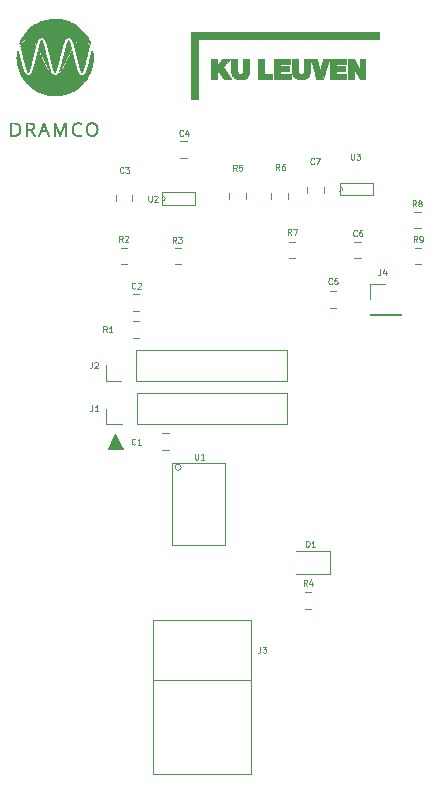
<source format=gto>
G04 #@! TF.GenerationSoftware,KiCad,Pcbnew,(5.1.4)-1*
G04 #@! TF.CreationDate,2019-11-26T11:13:51+01:00*
G04 #@! TF.ProjectId,SoundModule,536f756e-644d-46f6-9475-6c652e6b6963,rev?*
G04 #@! TF.SameCoordinates,Original*
G04 #@! TF.FileFunction,Legend,Top*
G04 #@! TF.FilePolarity,Positive*
%FSLAX46Y46*%
G04 Gerber Fmt 4.6, Leading zero omitted, Abs format (unit mm)*
G04 Created by KiCad (PCBNEW (5.1.4)-1) date 2019-11-26 11:13:51*
%MOMM*%
%LPD*%
G04 APERTURE LIST*
%ADD10C,0.100000*%
%ADD11C,0.120000*%
%ADD12C,0.010000*%
%ADD13C,0.070000*%
%ADD14C,0.125000*%
G04 APERTURE END LIST*
D10*
G36*
X115768120Y-84942680D02*
G01*
X114498120Y-84942680D01*
X115133120Y-83672680D01*
X115768120Y-84942680D01*
G37*
X115768120Y-84942680D02*
X114498120Y-84942680D01*
X115133120Y-83672680D01*
X115768120Y-84942680D01*
D11*
X117163372Y-73206680D02*
X116640868Y-73206680D01*
X117163372Y-71786680D02*
X116640868Y-71786680D01*
D12*
G36*
X136291320Y-53567330D02*
G01*
X135798181Y-53567330D01*
X135548866Y-53108542D01*
X135510437Y-53037881D01*
X135473681Y-52970399D01*
X135439056Y-52906936D01*
X135407024Y-52848331D01*
X135378045Y-52795423D01*
X135352579Y-52749050D01*
X135331087Y-52710052D01*
X135314028Y-52679266D01*
X135301864Y-52657533D01*
X135295055Y-52645691D01*
X135293785Y-52643722D01*
X135292723Y-52648808D01*
X135291747Y-52665927D01*
X135290866Y-52694415D01*
X135290088Y-52733605D01*
X135289421Y-52782831D01*
X135288873Y-52841427D01*
X135288454Y-52908728D01*
X135288171Y-52984067D01*
X135288032Y-53066780D01*
X135288020Y-53102509D01*
X135288020Y-53567330D01*
X134805373Y-53567330D01*
X134806984Y-52718017D01*
X134808595Y-51868705D01*
X135068945Y-51867138D01*
X135329295Y-51865572D01*
X135563141Y-52309499D01*
X135599993Y-52379393D01*
X135635279Y-52446195D01*
X135668532Y-52509027D01*
X135699285Y-52567012D01*
X135727071Y-52619275D01*
X135751424Y-52664938D01*
X135771875Y-52703123D01*
X135787959Y-52732956D01*
X135799207Y-52753558D01*
X135805154Y-52764053D01*
X135805827Y-52765091D01*
X135807536Y-52765949D01*
X135809017Y-52763171D01*
X135810286Y-52755965D01*
X135811360Y-52743536D01*
X135812254Y-52725094D01*
X135812985Y-52699845D01*
X135813569Y-52666997D01*
X135814021Y-52625757D01*
X135814359Y-52575333D01*
X135814598Y-52514933D01*
X135814755Y-52443762D01*
X135814845Y-52361031D01*
X135814868Y-52321142D01*
X135815070Y-51865530D01*
X136291320Y-51865530D01*
X136291320Y-53567330D01*
X136291320Y-53567330D01*
G37*
X136291320Y-53567330D02*
X135798181Y-53567330D01*
X135548866Y-53108542D01*
X135510437Y-53037881D01*
X135473681Y-52970399D01*
X135439056Y-52906936D01*
X135407024Y-52848331D01*
X135378045Y-52795423D01*
X135352579Y-52749050D01*
X135331087Y-52710052D01*
X135314028Y-52679266D01*
X135301864Y-52657533D01*
X135295055Y-52645691D01*
X135293785Y-52643722D01*
X135292723Y-52648808D01*
X135291747Y-52665927D01*
X135290866Y-52694415D01*
X135290088Y-52733605D01*
X135289421Y-52782831D01*
X135288873Y-52841427D01*
X135288454Y-52908728D01*
X135288171Y-52984067D01*
X135288032Y-53066780D01*
X135288020Y-53102509D01*
X135288020Y-53567330D01*
X134805373Y-53567330D01*
X134806984Y-52718017D01*
X134808595Y-51868705D01*
X135068945Y-51867138D01*
X135329295Y-51865572D01*
X135563141Y-52309499D01*
X135599993Y-52379393D01*
X135635279Y-52446195D01*
X135668532Y-52509027D01*
X135699285Y-52567012D01*
X135727071Y-52619275D01*
X135751424Y-52664938D01*
X135771875Y-52703123D01*
X135787959Y-52732956D01*
X135799207Y-52753558D01*
X135805154Y-52764053D01*
X135805827Y-52765091D01*
X135807536Y-52765949D01*
X135809017Y-52763171D01*
X135810286Y-52755965D01*
X135811360Y-52743536D01*
X135812254Y-52725094D01*
X135812985Y-52699845D01*
X135813569Y-52666997D01*
X135814021Y-52625757D01*
X135814359Y-52575333D01*
X135814598Y-52514933D01*
X135814755Y-52443762D01*
X135814845Y-52361031D01*
X135814868Y-52321142D01*
X135815070Y-51865530D01*
X136291320Y-51865530D01*
X136291320Y-53567330D01*
G36*
X134653020Y-52303680D02*
G01*
X133808470Y-52303680D01*
X133808470Y-52513230D01*
X134576820Y-52513230D01*
X134576820Y-52919630D01*
X133808470Y-52919630D01*
X133808470Y-53129180D01*
X134678420Y-53129180D01*
X134678420Y-53567330D01*
X133300470Y-53567330D01*
X133300470Y-51865530D01*
X134653020Y-51865530D01*
X134653020Y-52303680D01*
X134653020Y-52303680D01*
G37*
X134653020Y-52303680D02*
X133808470Y-52303680D01*
X133808470Y-52513230D01*
X134576820Y-52513230D01*
X134576820Y-52919630D01*
X133808470Y-52919630D01*
X133808470Y-53129180D01*
X134678420Y-53129180D01*
X134678420Y-53567330D01*
X133300470Y-53567330D01*
X133300470Y-51865530D01*
X134653020Y-51865530D01*
X134653020Y-52303680D01*
G36*
X132175923Y-51889342D02*
G01*
X132178486Y-51899133D01*
X132184007Y-51920227D01*
X132192228Y-51951642D01*
X132202893Y-51992396D01*
X132215743Y-52041505D01*
X132230523Y-52097987D01*
X132246974Y-52160860D01*
X132264839Y-52229140D01*
X132283863Y-52301845D01*
X132303786Y-52377992D01*
X132310095Y-52402105D01*
X132330099Y-52478487D01*
X132349197Y-52551263D01*
X132367142Y-52619506D01*
X132383689Y-52682288D01*
X132398592Y-52738681D01*
X132411606Y-52787758D01*
X132422485Y-52828591D01*
X132430983Y-52860251D01*
X132436854Y-52881812D01*
X132439853Y-52892346D01*
X132440182Y-52893260D01*
X132440869Y-52893528D01*
X132441788Y-52892529D01*
X132443140Y-52889509D01*
X132445122Y-52883718D01*
X132447935Y-52874403D01*
X132451778Y-52860812D01*
X132456850Y-52842193D01*
X132463351Y-52817795D01*
X132471479Y-52786865D01*
X132481433Y-52748651D01*
X132493414Y-52702401D01*
X132507621Y-52647364D01*
X132524252Y-52582786D01*
X132543507Y-52507917D01*
X132565586Y-52422004D01*
X132582117Y-52357655D01*
X132707722Y-51868705D01*
X132969171Y-51867047D01*
X133025401Y-51866735D01*
X133077483Y-51866535D01*
X133124094Y-51866443D01*
X133163908Y-51866459D01*
X133195601Y-51866581D01*
X133217847Y-51866808D01*
X133229323Y-51867139D01*
X133230620Y-51867323D01*
X133228815Y-51873519D01*
X133223540Y-51891178D01*
X133215003Y-51919611D01*
X133203413Y-51958125D01*
X133188979Y-52006031D01*
X133171909Y-52062635D01*
X133152412Y-52127249D01*
X133130695Y-52199179D01*
X133106969Y-52277735D01*
X133081442Y-52362226D01*
X133054321Y-52451961D01*
X133025817Y-52546248D01*
X132996137Y-52644397D01*
X132974265Y-52716706D01*
X132717911Y-53564155D01*
X132147275Y-53567457D01*
X131903791Y-52724431D01*
X131874751Y-52623899D01*
X131846657Y-52526672D01*
X131819712Y-52433454D01*
X131794121Y-52344950D01*
X131770088Y-52261862D01*
X131747816Y-52184894D01*
X131727508Y-52114750D01*
X131709369Y-52052133D01*
X131693602Y-51997746D01*
X131680411Y-51952295D01*
X131670000Y-51916481D01*
X131662573Y-51891009D01*
X131658332Y-51876582D01*
X131657384Y-51873467D01*
X131659087Y-51871422D01*
X131666474Y-51869738D01*
X131680490Y-51868384D01*
X131702082Y-51867331D01*
X131732196Y-51866550D01*
X131771779Y-51866011D01*
X131821778Y-51865685D01*
X131883137Y-51865542D01*
X131912070Y-51865530D01*
X132169680Y-51865530D01*
X132175923Y-51889342D01*
X132175923Y-51889342D01*
G37*
X132175923Y-51889342D02*
X132178486Y-51899133D01*
X132184007Y-51920227D01*
X132192228Y-51951642D01*
X132202893Y-51992396D01*
X132215743Y-52041505D01*
X132230523Y-52097987D01*
X132246974Y-52160860D01*
X132264839Y-52229140D01*
X132283863Y-52301845D01*
X132303786Y-52377992D01*
X132310095Y-52402105D01*
X132330099Y-52478487D01*
X132349197Y-52551263D01*
X132367142Y-52619506D01*
X132383689Y-52682288D01*
X132398592Y-52738681D01*
X132411606Y-52787758D01*
X132422485Y-52828591D01*
X132430983Y-52860251D01*
X132436854Y-52881812D01*
X132439853Y-52892346D01*
X132440182Y-52893260D01*
X132440869Y-52893528D01*
X132441788Y-52892529D01*
X132443140Y-52889509D01*
X132445122Y-52883718D01*
X132447935Y-52874403D01*
X132451778Y-52860812D01*
X132456850Y-52842193D01*
X132463351Y-52817795D01*
X132471479Y-52786865D01*
X132481433Y-52748651D01*
X132493414Y-52702401D01*
X132507621Y-52647364D01*
X132524252Y-52582786D01*
X132543507Y-52507917D01*
X132565586Y-52422004D01*
X132582117Y-52357655D01*
X132707722Y-51868705D01*
X132969171Y-51867047D01*
X133025401Y-51866735D01*
X133077483Y-51866535D01*
X133124094Y-51866443D01*
X133163908Y-51866459D01*
X133195601Y-51866581D01*
X133217847Y-51866808D01*
X133229323Y-51867139D01*
X133230620Y-51867323D01*
X133228815Y-51873519D01*
X133223540Y-51891178D01*
X133215003Y-51919611D01*
X133203413Y-51958125D01*
X133188979Y-52006031D01*
X133171909Y-52062635D01*
X133152412Y-52127249D01*
X133130695Y-52199179D01*
X133106969Y-52277735D01*
X133081442Y-52362226D01*
X133054321Y-52451961D01*
X133025817Y-52546248D01*
X132996137Y-52644397D01*
X132974265Y-52716706D01*
X132717911Y-53564155D01*
X132147275Y-53567457D01*
X131903791Y-52724431D01*
X131874751Y-52623899D01*
X131846657Y-52526672D01*
X131819712Y-52433454D01*
X131794121Y-52344950D01*
X131770088Y-52261862D01*
X131747816Y-52184894D01*
X131727508Y-52114750D01*
X131709369Y-52052133D01*
X131693602Y-51997746D01*
X131680411Y-51952295D01*
X131670000Y-51916481D01*
X131662573Y-51891009D01*
X131658332Y-51876582D01*
X131657384Y-51873467D01*
X131659087Y-51871422D01*
X131666474Y-51869738D01*
X131680490Y-51868384D01*
X131702082Y-51867331D01*
X131732196Y-51866550D01*
X131771779Y-51866011D01*
X131821778Y-51865685D01*
X131883137Y-51865542D01*
X131912070Y-51865530D01*
X132169680Y-51865530D01*
X132175923Y-51889342D01*
G36*
X129928620Y-52303680D02*
G01*
X129077720Y-52303680D01*
X129077720Y-52513230D01*
X129852420Y-52513230D01*
X129852420Y-52919630D01*
X129077720Y-52919630D01*
X129077720Y-53129180D01*
X129954020Y-53129180D01*
X129954020Y-53567330D01*
X128576070Y-53567330D01*
X128576070Y-51865530D01*
X129928620Y-51865530D01*
X129928620Y-52303680D01*
X129928620Y-52303680D01*
G37*
X129928620Y-52303680D02*
X129077720Y-52303680D01*
X129077720Y-52513230D01*
X129852420Y-52513230D01*
X129852420Y-52919630D01*
X129077720Y-52919630D01*
X129077720Y-53129180D01*
X129954020Y-53129180D01*
X129954020Y-53567330D01*
X128576070Y-53567330D01*
X128576070Y-51865530D01*
X129928620Y-51865530D01*
X129928620Y-52303680D01*
G36*
X127706120Y-53129074D02*
G01*
X128063307Y-53130714D01*
X128420495Y-53132355D01*
X128422165Y-53349842D01*
X128423836Y-53567330D01*
X127198120Y-53567330D01*
X127198120Y-51865530D01*
X127706120Y-51865530D01*
X127706120Y-53129074D01*
X127706120Y-53129074D01*
G37*
X127706120Y-53129074D02*
X128063307Y-53130714D01*
X128420495Y-53132355D01*
X128422165Y-53349842D01*
X128423836Y-53567330D01*
X127198120Y-53567330D01*
X127198120Y-51865530D01*
X127706120Y-51865530D01*
X127706120Y-53129074D01*
G36*
X123750070Y-52159041D02*
G01*
X123750082Y-52227621D01*
X123750147Y-52284532D01*
X123750310Y-52330805D01*
X123750616Y-52367470D01*
X123751107Y-52395559D01*
X123751829Y-52416101D01*
X123752826Y-52430128D01*
X123754142Y-52438671D01*
X123755820Y-52442761D01*
X123757906Y-52443427D01*
X123760444Y-52441702D01*
X123762124Y-52440028D01*
X123768215Y-52432712D01*
X123781277Y-52416301D01*
X123800548Y-52391774D01*
X123825266Y-52360110D01*
X123854669Y-52322289D01*
X123887996Y-52279290D01*
X123924484Y-52232092D01*
X123963372Y-52181673D01*
X123981886Y-52157630D01*
X124021573Y-52106114D01*
X124059167Y-52057408D01*
X124093912Y-52012487D01*
X124125053Y-51972321D01*
X124151834Y-51937885D01*
X124173499Y-51910149D01*
X124189293Y-51890088D01*
X124198460Y-51878674D01*
X124200256Y-51876581D01*
X124203372Y-51874028D01*
X124208135Y-51871907D01*
X124215624Y-51870185D01*
X124226918Y-51868832D01*
X124243098Y-51867814D01*
X124265242Y-51867099D01*
X124294431Y-51866657D01*
X124331744Y-51866453D01*
X124378259Y-51866458D01*
X124435058Y-51866638D01*
X124503219Y-51866961D01*
X124521286Y-51867056D01*
X124831652Y-51868705D01*
X124535131Y-52198554D01*
X124478660Y-52261547D01*
X124427108Y-52319403D01*
X124380927Y-52371602D01*
X124340569Y-52417622D01*
X124306483Y-52456942D01*
X124279123Y-52489041D01*
X124258939Y-52513398D01*
X124246383Y-52529491D01*
X124241906Y-52536801D01*
X124241927Y-52537046D01*
X124245864Y-52543451D01*
X124256388Y-52559665D01*
X124273008Y-52584952D01*
X124295235Y-52618578D01*
X124322580Y-52659804D01*
X124354552Y-52707896D01*
X124390663Y-52762116D01*
X124430422Y-52821729D01*
X124473339Y-52885998D01*
X124518926Y-52954188D01*
X124566692Y-53025561D01*
X124585031Y-53052944D01*
X124633402Y-53125191D01*
X124679716Y-53194439D01*
X124723492Y-53259962D01*
X124764245Y-53321034D01*
X124801493Y-53376926D01*
X124834751Y-53426914D01*
X124863538Y-53470269D01*
X124887369Y-53506266D01*
X124905761Y-53534178D01*
X124918231Y-53553278D01*
X124924295Y-53562839D01*
X124924820Y-53563824D01*
X124918671Y-53564503D01*
X124901028Y-53565077D01*
X124873099Y-53565536D01*
X124836088Y-53565874D01*
X124791202Y-53566083D01*
X124739647Y-53566156D01*
X124682630Y-53566084D01*
X124621355Y-53565861D01*
X124609372Y-53565801D01*
X124293924Y-53564155D01*
X124095378Y-53240423D01*
X124059617Y-53182231D01*
X124025743Y-53127336D01*
X123994350Y-53076683D01*
X123966029Y-53031219D01*
X123941375Y-52991890D01*
X123920980Y-52959642D01*
X123905438Y-52935421D01*
X123895341Y-52920173D01*
X123891307Y-52914850D01*
X123885427Y-52918723D01*
X123872743Y-52930613D01*
X123854792Y-52948963D01*
X123833115Y-52972217D01*
X123817926Y-52989034D01*
X123750070Y-53065060D01*
X123750070Y-53567330D01*
X123242070Y-53567330D01*
X123242070Y-51865530D01*
X123750070Y-51865530D01*
X123750070Y-52159041D01*
X123750070Y-52159041D01*
G37*
X123750070Y-52159041D02*
X123750082Y-52227621D01*
X123750147Y-52284532D01*
X123750310Y-52330805D01*
X123750616Y-52367470D01*
X123751107Y-52395559D01*
X123751829Y-52416101D01*
X123752826Y-52430128D01*
X123754142Y-52438671D01*
X123755820Y-52442761D01*
X123757906Y-52443427D01*
X123760444Y-52441702D01*
X123762124Y-52440028D01*
X123768215Y-52432712D01*
X123781277Y-52416301D01*
X123800548Y-52391774D01*
X123825266Y-52360110D01*
X123854669Y-52322289D01*
X123887996Y-52279290D01*
X123924484Y-52232092D01*
X123963372Y-52181673D01*
X123981886Y-52157630D01*
X124021573Y-52106114D01*
X124059167Y-52057408D01*
X124093912Y-52012487D01*
X124125053Y-51972321D01*
X124151834Y-51937885D01*
X124173499Y-51910149D01*
X124189293Y-51890088D01*
X124198460Y-51878674D01*
X124200256Y-51876581D01*
X124203372Y-51874028D01*
X124208135Y-51871907D01*
X124215624Y-51870185D01*
X124226918Y-51868832D01*
X124243098Y-51867814D01*
X124265242Y-51867099D01*
X124294431Y-51866657D01*
X124331744Y-51866453D01*
X124378259Y-51866458D01*
X124435058Y-51866638D01*
X124503219Y-51866961D01*
X124521286Y-51867056D01*
X124831652Y-51868705D01*
X124535131Y-52198554D01*
X124478660Y-52261547D01*
X124427108Y-52319403D01*
X124380927Y-52371602D01*
X124340569Y-52417622D01*
X124306483Y-52456942D01*
X124279123Y-52489041D01*
X124258939Y-52513398D01*
X124246383Y-52529491D01*
X124241906Y-52536801D01*
X124241927Y-52537046D01*
X124245864Y-52543451D01*
X124256388Y-52559665D01*
X124273008Y-52584952D01*
X124295235Y-52618578D01*
X124322580Y-52659804D01*
X124354552Y-52707896D01*
X124390663Y-52762116D01*
X124430422Y-52821729D01*
X124473339Y-52885998D01*
X124518926Y-52954188D01*
X124566692Y-53025561D01*
X124585031Y-53052944D01*
X124633402Y-53125191D01*
X124679716Y-53194439D01*
X124723492Y-53259962D01*
X124764245Y-53321034D01*
X124801493Y-53376926D01*
X124834751Y-53426914D01*
X124863538Y-53470269D01*
X124887369Y-53506266D01*
X124905761Y-53534178D01*
X124918231Y-53553278D01*
X124924295Y-53562839D01*
X124924820Y-53563824D01*
X124918671Y-53564503D01*
X124901028Y-53565077D01*
X124873099Y-53565536D01*
X124836088Y-53565874D01*
X124791202Y-53566083D01*
X124739647Y-53566156D01*
X124682630Y-53566084D01*
X124621355Y-53565861D01*
X124609372Y-53565801D01*
X124293924Y-53564155D01*
X124095378Y-53240423D01*
X124059617Y-53182231D01*
X124025743Y-53127336D01*
X123994350Y-53076683D01*
X123966029Y-53031219D01*
X123941375Y-52991890D01*
X123920980Y-52959642D01*
X123905438Y-52935421D01*
X123895341Y-52920173D01*
X123891307Y-52914850D01*
X123885427Y-52918723D01*
X123872743Y-52930613D01*
X123854792Y-52948963D01*
X123833115Y-52972217D01*
X123817926Y-52989034D01*
X123750070Y-53065060D01*
X123750070Y-53567330D01*
X123242070Y-53567330D01*
X123242070Y-51865530D01*
X123750070Y-51865530D01*
X123750070Y-52159041D01*
G36*
X131332628Y-51865530D02*
G01*
X131586576Y-51865530D01*
X131584216Y-52457667D01*
X131583809Y-52557937D01*
X131583421Y-52646347D01*
X131583034Y-52723737D01*
X131582627Y-52790949D01*
X131582180Y-52848821D01*
X131581672Y-52898194D01*
X131581085Y-52939909D01*
X131580397Y-52974805D01*
X131579589Y-53003722D01*
X131578640Y-53027502D01*
X131577531Y-53046984D01*
X131576242Y-53063008D01*
X131574752Y-53076415D01*
X131573041Y-53088044D01*
X131571090Y-53098736D01*
X131568878Y-53109332D01*
X131568629Y-53110476D01*
X131555174Y-53162944D01*
X131537863Y-53216475D01*
X131518192Y-53266999D01*
X131497657Y-53310444D01*
X131490192Y-53323822D01*
X131469630Y-53353416D01*
X131441319Y-53386941D01*
X131408206Y-53421488D01*
X131373238Y-53454144D01*
X131339365Y-53481999D01*
X131309745Y-53502020D01*
X131234179Y-53538996D01*
X131150304Y-53568548D01*
X131060644Y-53589877D01*
X131004945Y-53598418D01*
X130970810Y-53601418D01*
X130927761Y-53603432D01*
X130878783Y-53604486D01*
X130826859Y-53604606D01*
X130774976Y-53603816D01*
X130726119Y-53602142D01*
X130683272Y-53599610D01*
X130649421Y-53596244D01*
X130643159Y-53595345D01*
X130551343Y-53577276D01*
X130469760Y-53552970D01*
X130397310Y-53521927D01*
X130332894Y-53483644D01*
X130275414Y-53437620D01*
X130255645Y-53418489D01*
X130207530Y-53362952D01*
X130168092Y-53302382D01*
X130136378Y-53234923D01*
X130111437Y-53158718D01*
X130101352Y-53117401D01*
X130085035Y-53043455D01*
X130082668Y-52454492D01*
X130080301Y-51865530D01*
X130588190Y-51865530D01*
X130590719Y-52406867D01*
X130591197Y-52504144D01*
X130591677Y-52589559D01*
X130592177Y-52663947D01*
X130592716Y-52728148D01*
X130593311Y-52782997D01*
X130593982Y-52829331D01*
X130594745Y-52867989D01*
X130595620Y-52899807D01*
X130596625Y-52925622D01*
X130597778Y-52946271D01*
X130599097Y-52962592D01*
X130600601Y-52975422D01*
X130602308Y-52985598D01*
X130603471Y-52990919D01*
X130616804Y-53037224D01*
X130632963Y-53074258D01*
X130653569Y-53105396D01*
X130664799Y-53118463D01*
X130691901Y-53143124D01*
X130722196Y-53160527D01*
X130758338Y-53171691D01*
X130802982Y-53177637D01*
X130821559Y-53178693D01*
X130878271Y-53177763D01*
X130925551Y-53169435D01*
X130964697Y-53153104D01*
X130997008Y-53128163D01*
X131023785Y-53094006D01*
X131031594Y-53080670D01*
X131038682Y-53067702D01*
X131044928Y-53055727D01*
X131050389Y-53043893D01*
X131055122Y-53031344D01*
X131059183Y-53017230D01*
X131062630Y-53000695D01*
X131065520Y-52980887D01*
X131067909Y-52956952D01*
X131069854Y-52928037D01*
X131071412Y-52893290D01*
X131072639Y-52851856D01*
X131073594Y-52802882D01*
X131074332Y-52745515D01*
X131074911Y-52678902D01*
X131075386Y-52602189D01*
X131075816Y-52514523D01*
X131076257Y-52415052D01*
X131076279Y-52410042D01*
X131078681Y-51865529D01*
X131332628Y-51865530D01*
X131332628Y-51865530D01*
G37*
X131332628Y-51865530D02*
X131586576Y-51865530D01*
X131584216Y-52457667D01*
X131583809Y-52557937D01*
X131583421Y-52646347D01*
X131583034Y-52723737D01*
X131582627Y-52790949D01*
X131582180Y-52848821D01*
X131581672Y-52898194D01*
X131581085Y-52939909D01*
X131580397Y-52974805D01*
X131579589Y-53003722D01*
X131578640Y-53027502D01*
X131577531Y-53046984D01*
X131576242Y-53063008D01*
X131574752Y-53076415D01*
X131573041Y-53088044D01*
X131571090Y-53098736D01*
X131568878Y-53109332D01*
X131568629Y-53110476D01*
X131555174Y-53162944D01*
X131537863Y-53216475D01*
X131518192Y-53266999D01*
X131497657Y-53310444D01*
X131490192Y-53323822D01*
X131469630Y-53353416D01*
X131441319Y-53386941D01*
X131408206Y-53421488D01*
X131373238Y-53454144D01*
X131339365Y-53481999D01*
X131309745Y-53502020D01*
X131234179Y-53538996D01*
X131150304Y-53568548D01*
X131060644Y-53589877D01*
X131004945Y-53598418D01*
X130970810Y-53601418D01*
X130927761Y-53603432D01*
X130878783Y-53604486D01*
X130826859Y-53604606D01*
X130774976Y-53603816D01*
X130726119Y-53602142D01*
X130683272Y-53599610D01*
X130649421Y-53596244D01*
X130643159Y-53595345D01*
X130551343Y-53577276D01*
X130469760Y-53552970D01*
X130397310Y-53521927D01*
X130332894Y-53483644D01*
X130275414Y-53437620D01*
X130255645Y-53418489D01*
X130207530Y-53362952D01*
X130168092Y-53302382D01*
X130136378Y-53234923D01*
X130111437Y-53158718D01*
X130101352Y-53117401D01*
X130085035Y-53043455D01*
X130082668Y-52454492D01*
X130080301Y-51865530D01*
X130588190Y-51865530D01*
X130590719Y-52406867D01*
X130591197Y-52504144D01*
X130591677Y-52589559D01*
X130592177Y-52663947D01*
X130592716Y-52728148D01*
X130593311Y-52782997D01*
X130593982Y-52829331D01*
X130594745Y-52867989D01*
X130595620Y-52899807D01*
X130596625Y-52925622D01*
X130597778Y-52946271D01*
X130599097Y-52962592D01*
X130600601Y-52975422D01*
X130602308Y-52985598D01*
X130603471Y-52990919D01*
X130616804Y-53037224D01*
X130632963Y-53074258D01*
X130653569Y-53105396D01*
X130664799Y-53118463D01*
X130691901Y-53143124D01*
X130722196Y-53160527D01*
X130758338Y-53171691D01*
X130802982Y-53177637D01*
X130821559Y-53178693D01*
X130878271Y-53177763D01*
X130925551Y-53169435D01*
X130964697Y-53153104D01*
X130997008Y-53128163D01*
X131023785Y-53094006D01*
X131031594Y-53080670D01*
X131038682Y-53067702D01*
X131044928Y-53055727D01*
X131050389Y-53043893D01*
X131055122Y-53031344D01*
X131059183Y-53017230D01*
X131062630Y-53000695D01*
X131065520Y-52980887D01*
X131067909Y-52956952D01*
X131069854Y-52928037D01*
X131071412Y-52893290D01*
X131072639Y-52851856D01*
X131073594Y-52802882D01*
X131074332Y-52745515D01*
X131074911Y-52678902D01*
X131075386Y-52602189D01*
X131075816Y-52514523D01*
X131076257Y-52415052D01*
X131076279Y-52410042D01*
X131078681Y-51865529D01*
X131332628Y-51865530D01*
G36*
X125459883Y-52413217D02*
G01*
X125460313Y-52510430D01*
X125460742Y-52595780D01*
X125461188Y-52670104D01*
X125461670Y-52734241D01*
X125462207Y-52789028D01*
X125462816Y-52835301D01*
X125463517Y-52873898D01*
X125464328Y-52905658D01*
X125465267Y-52931416D01*
X125466354Y-52952010D01*
X125467606Y-52968279D01*
X125469042Y-52981058D01*
X125470681Y-52991186D01*
X125472541Y-52999500D01*
X125472880Y-53000792D01*
X125489829Y-53052015D01*
X125510894Y-53092588D01*
X125537307Y-53124229D01*
X125570300Y-53148655D01*
X125584249Y-53156124D01*
X125602378Y-53164757D01*
X125617366Y-53170577D01*
X125632466Y-53174135D01*
X125650929Y-53175985D01*
X125676008Y-53176678D01*
X125705765Y-53176771D01*
X125749575Y-53175686D01*
X125783704Y-53171847D01*
X125811043Y-53164312D01*
X125834480Y-53152141D01*
X125856906Y-53134393D01*
X125867739Y-53124036D01*
X125879854Y-53111362D01*
X125890667Y-53098313D01*
X125900253Y-53084132D01*
X125908684Y-53068061D01*
X125916036Y-53049341D01*
X125922382Y-53027215D01*
X125927796Y-53000925D01*
X125932352Y-52969712D01*
X125936124Y-52932819D01*
X125939185Y-52889488D01*
X125941610Y-52838961D01*
X125943473Y-52780480D01*
X125944846Y-52713286D01*
X125945805Y-52636623D01*
X125946424Y-52549731D01*
X125946775Y-52451854D01*
X125946933Y-52342233D01*
X125946952Y-52311617D01*
X125947170Y-51865530D01*
X126455170Y-51865530D01*
X126455115Y-52400517D01*
X126455030Y-52487717D01*
X126454798Y-52571702D01*
X126454432Y-52651449D01*
X126453942Y-52725932D01*
X126453338Y-52794129D01*
X126452631Y-52855014D01*
X126451832Y-52907564D01*
X126450953Y-52950753D01*
X126450003Y-52983558D01*
X126448993Y-53004954D01*
X126448721Y-53008530D01*
X126435341Y-53106424D01*
X126412935Y-53195400D01*
X126381442Y-53275523D01*
X126340800Y-53346856D01*
X126290947Y-53409464D01*
X126231823Y-53463413D01*
X126163365Y-53508766D01*
X126085512Y-53545589D01*
X125998202Y-53573945D01*
X125901373Y-53593900D01*
X125889205Y-53595719D01*
X125862617Y-53598526D01*
X125826715Y-53600875D01*
X125784284Y-53602721D01*
X125738108Y-53604020D01*
X125690970Y-53604730D01*
X125645655Y-53604806D01*
X125604945Y-53604205D01*
X125571627Y-53602883D01*
X125550295Y-53601044D01*
X125462348Y-53586777D01*
X125384578Y-53568033D01*
X125315092Y-53544289D01*
X125265634Y-53522063D01*
X125194721Y-53480199D01*
X125133055Y-53430193D01*
X125080387Y-53371708D01*
X125036467Y-53304408D01*
X125001047Y-53227954D01*
X124973877Y-53142009D01*
X124968395Y-53119222D01*
X124965984Y-53108419D01*
X124963856Y-53098025D01*
X124961992Y-53087201D01*
X124960370Y-53075109D01*
X124958969Y-53060911D01*
X124957767Y-53043767D01*
X124956745Y-53022840D01*
X124955880Y-52997291D01*
X124955152Y-52966282D01*
X124954540Y-52928973D01*
X124954023Y-52884528D01*
X124953580Y-52832106D01*
X124953189Y-52770870D01*
X124952830Y-52699982D01*
X124952481Y-52618602D01*
X124952123Y-52525892D01*
X124951880Y-52460842D01*
X124949672Y-51865530D01*
X125203621Y-51865530D01*
X125457570Y-51865529D01*
X125459883Y-52413217D01*
X125459883Y-52413217D01*
G37*
X125459883Y-52413217D02*
X125460313Y-52510430D01*
X125460742Y-52595780D01*
X125461188Y-52670104D01*
X125461670Y-52734241D01*
X125462207Y-52789028D01*
X125462816Y-52835301D01*
X125463517Y-52873898D01*
X125464328Y-52905658D01*
X125465267Y-52931416D01*
X125466354Y-52952010D01*
X125467606Y-52968279D01*
X125469042Y-52981058D01*
X125470681Y-52991186D01*
X125472541Y-52999500D01*
X125472880Y-53000792D01*
X125489829Y-53052015D01*
X125510894Y-53092588D01*
X125537307Y-53124229D01*
X125570300Y-53148655D01*
X125584249Y-53156124D01*
X125602378Y-53164757D01*
X125617366Y-53170577D01*
X125632466Y-53174135D01*
X125650929Y-53175985D01*
X125676008Y-53176678D01*
X125705765Y-53176771D01*
X125749575Y-53175686D01*
X125783704Y-53171847D01*
X125811043Y-53164312D01*
X125834480Y-53152141D01*
X125856906Y-53134393D01*
X125867739Y-53124036D01*
X125879854Y-53111362D01*
X125890667Y-53098313D01*
X125900253Y-53084132D01*
X125908684Y-53068061D01*
X125916036Y-53049341D01*
X125922382Y-53027215D01*
X125927796Y-53000925D01*
X125932352Y-52969712D01*
X125936124Y-52932819D01*
X125939185Y-52889488D01*
X125941610Y-52838961D01*
X125943473Y-52780480D01*
X125944846Y-52713286D01*
X125945805Y-52636623D01*
X125946424Y-52549731D01*
X125946775Y-52451854D01*
X125946933Y-52342233D01*
X125946952Y-52311617D01*
X125947170Y-51865530D01*
X126455170Y-51865530D01*
X126455115Y-52400517D01*
X126455030Y-52487717D01*
X126454798Y-52571702D01*
X126454432Y-52651449D01*
X126453942Y-52725932D01*
X126453338Y-52794129D01*
X126452631Y-52855014D01*
X126451832Y-52907564D01*
X126450953Y-52950753D01*
X126450003Y-52983558D01*
X126448993Y-53004954D01*
X126448721Y-53008530D01*
X126435341Y-53106424D01*
X126412935Y-53195400D01*
X126381442Y-53275523D01*
X126340800Y-53346856D01*
X126290947Y-53409464D01*
X126231823Y-53463413D01*
X126163365Y-53508766D01*
X126085512Y-53545589D01*
X125998202Y-53573945D01*
X125901373Y-53593900D01*
X125889205Y-53595719D01*
X125862617Y-53598526D01*
X125826715Y-53600875D01*
X125784284Y-53602721D01*
X125738108Y-53604020D01*
X125690970Y-53604730D01*
X125645655Y-53604806D01*
X125604945Y-53604205D01*
X125571627Y-53602883D01*
X125550295Y-53601044D01*
X125462348Y-53586777D01*
X125384578Y-53568033D01*
X125315092Y-53544289D01*
X125265634Y-53522063D01*
X125194721Y-53480199D01*
X125133055Y-53430193D01*
X125080387Y-53371708D01*
X125036467Y-53304408D01*
X125001047Y-53227954D01*
X124973877Y-53142009D01*
X124968395Y-53119222D01*
X124965984Y-53108419D01*
X124963856Y-53098025D01*
X124961992Y-53087201D01*
X124960370Y-53075109D01*
X124958969Y-53060911D01*
X124957767Y-53043767D01*
X124956745Y-53022840D01*
X124955880Y-52997291D01*
X124955152Y-52966282D01*
X124954540Y-52928973D01*
X124954023Y-52884528D01*
X124953580Y-52832106D01*
X124953189Y-52770870D01*
X124952830Y-52699982D01*
X124952481Y-52618602D01*
X124952123Y-52525892D01*
X124951880Y-52460842D01*
X124949672Y-51865530D01*
X125203621Y-51865530D01*
X125457570Y-51865529D01*
X125459883Y-52413217D01*
G36*
X137427970Y-49881152D02*
G01*
X137427969Y-50163724D01*
X129768282Y-50165314D01*
X122108595Y-50166905D01*
X122106999Y-52718017D01*
X122105404Y-55269130D01*
X121540270Y-55269130D01*
X121540270Y-49598580D01*
X137427970Y-49598580D01*
X137427970Y-49881152D01*
X137427970Y-49881152D01*
G37*
X137427970Y-49881152D02*
X137427969Y-50163724D01*
X129768282Y-50165314D01*
X122108595Y-50166905D01*
X122106999Y-52718017D01*
X122105404Y-55269130D01*
X121540270Y-55269130D01*
X121540270Y-49598580D01*
X137427970Y-49598580D01*
X137427970Y-49881152D01*
G36*
X111131154Y-50278238D02*
G01*
X111136420Y-50286922D01*
X111143386Y-50300550D01*
X111146100Y-50305908D01*
X111166757Y-50348521D01*
X111187504Y-50395480D01*
X111208442Y-50447076D01*
X111229672Y-50503599D01*
X111251296Y-50565339D01*
X111273415Y-50632589D01*
X111296131Y-50705637D01*
X111319545Y-50784776D01*
X111343757Y-50870295D01*
X111347165Y-50882607D01*
X111354165Y-50908169D01*
X111360540Y-50931847D01*
X111366070Y-50952793D01*
X111370537Y-50970163D01*
X111373721Y-50983112D01*
X111375403Y-50990793D01*
X111375613Y-50992367D01*
X111374109Y-50997035D01*
X111369863Y-51006869D01*
X111363274Y-51021031D01*
X111354740Y-51038687D01*
X111344659Y-51058999D01*
X111333430Y-51081132D01*
X111331899Y-51084113D01*
X111318056Y-51111221D01*
X111303218Y-51140630D01*
X111287222Y-51172683D01*
X111269899Y-51207723D01*
X111251086Y-51246091D01*
X111230614Y-51288129D01*
X111208320Y-51334180D01*
X111184036Y-51384584D01*
X111157597Y-51439686D01*
X111128836Y-51499826D01*
X111097589Y-51565346D01*
X111063688Y-51636589D01*
X111055679Y-51653440D01*
X111010615Y-51748013D01*
X110968097Y-51836691D01*
X110927961Y-51919787D01*
X110890042Y-51997612D01*
X110854176Y-52070478D01*
X110820199Y-52138699D01*
X110787946Y-52202587D01*
X110757253Y-52262453D01*
X110727957Y-52318611D01*
X110699892Y-52371372D01*
X110672895Y-52421049D01*
X110646801Y-52467954D01*
X110621446Y-52512400D01*
X110596665Y-52554699D01*
X110572295Y-52595163D01*
X110548171Y-52634104D01*
X110524130Y-52671836D01*
X110503559Y-52703306D01*
X110487149Y-52727825D01*
X110470499Y-52752160D01*
X110454036Y-52775731D01*
X110438191Y-52797958D01*
X110423395Y-52818262D01*
X110410077Y-52836062D01*
X110398667Y-52850778D01*
X110389595Y-52861831D01*
X110383291Y-52868641D01*
X110380185Y-52870628D01*
X110379933Y-52870031D01*
X110381051Y-52866568D01*
X110384136Y-52857882D01*
X110388781Y-52845096D01*
X110394580Y-52829329D01*
X110398084Y-52819877D01*
X110410193Y-52786738D01*
X110422231Y-52752624D01*
X110434277Y-52717241D01*
X110446409Y-52680296D01*
X110458707Y-52641495D01*
X110471249Y-52600544D01*
X110484114Y-52557149D01*
X110497382Y-52511017D01*
X110511131Y-52461855D01*
X110525439Y-52409368D01*
X110540387Y-52353263D01*
X110556053Y-52293246D01*
X110572515Y-52229024D01*
X110589853Y-52160303D01*
X110608146Y-52086789D01*
X110627473Y-52008188D01*
X110647912Y-51924208D01*
X110669543Y-51834553D01*
X110692444Y-51738931D01*
X110716694Y-51637049D01*
X110722045Y-51614493D01*
X110739873Y-51539573D01*
X110757508Y-51465980D01*
X110774817Y-51394254D01*
X110791666Y-51324936D01*
X110807922Y-51258566D01*
X110823451Y-51195687D01*
X110838120Y-51136838D01*
X110851796Y-51082560D01*
X110864344Y-51033395D01*
X110875632Y-50989883D01*
X110883303Y-50960866D01*
X110909906Y-50863262D01*
X110935813Y-50772338D01*
X110961044Y-50688040D01*
X110985616Y-50610311D01*
X111009549Y-50539098D01*
X111032860Y-50474345D01*
X111055569Y-50415997D01*
X111077694Y-50363998D01*
X111099253Y-50318294D01*
X111101107Y-50314605D01*
X111110394Y-50296155D01*
X111117207Y-50283454D01*
X111122382Y-50276342D01*
X111126752Y-50274657D01*
X111131154Y-50278238D01*
X111131154Y-50278238D01*
G37*
X111131154Y-50278238D02*
X111136420Y-50286922D01*
X111143386Y-50300550D01*
X111146100Y-50305908D01*
X111166757Y-50348521D01*
X111187504Y-50395480D01*
X111208442Y-50447076D01*
X111229672Y-50503599D01*
X111251296Y-50565339D01*
X111273415Y-50632589D01*
X111296131Y-50705637D01*
X111319545Y-50784776D01*
X111343757Y-50870295D01*
X111347165Y-50882607D01*
X111354165Y-50908169D01*
X111360540Y-50931847D01*
X111366070Y-50952793D01*
X111370537Y-50970163D01*
X111373721Y-50983112D01*
X111375403Y-50990793D01*
X111375613Y-50992367D01*
X111374109Y-50997035D01*
X111369863Y-51006869D01*
X111363274Y-51021031D01*
X111354740Y-51038687D01*
X111344659Y-51058999D01*
X111333430Y-51081132D01*
X111331899Y-51084113D01*
X111318056Y-51111221D01*
X111303218Y-51140630D01*
X111287222Y-51172683D01*
X111269899Y-51207723D01*
X111251086Y-51246091D01*
X111230614Y-51288129D01*
X111208320Y-51334180D01*
X111184036Y-51384584D01*
X111157597Y-51439686D01*
X111128836Y-51499826D01*
X111097589Y-51565346D01*
X111063688Y-51636589D01*
X111055679Y-51653440D01*
X111010615Y-51748013D01*
X110968097Y-51836691D01*
X110927961Y-51919787D01*
X110890042Y-51997612D01*
X110854176Y-52070478D01*
X110820199Y-52138699D01*
X110787946Y-52202587D01*
X110757253Y-52262453D01*
X110727957Y-52318611D01*
X110699892Y-52371372D01*
X110672895Y-52421049D01*
X110646801Y-52467954D01*
X110621446Y-52512400D01*
X110596665Y-52554699D01*
X110572295Y-52595163D01*
X110548171Y-52634104D01*
X110524130Y-52671836D01*
X110503559Y-52703306D01*
X110487149Y-52727825D01*
X110470499Y-52752160D01*
X110454036Y-52775731D01*
X110438191Y-52797958D01*
X110423395Y-52818262D01*
X110410077Y-52836062D01*
X110398667Y-52850778D01*
X110389595Y-52861831D01*
X110383291Y-52868641D01*
X110380185Y-52870628D01*
X110379933Y-52870031D01*
X110381051Y-52866568D01*
X110384136Y-52857882D01*
X110388781Y-52845096D01*
X110394580Y-52829329D01*
X110398084Y-52819877D01*
X110410193Y-52786738D01*
X110422231Y-52752624D01*
X110434277Y-52717241D01*
X110446409Y-52680296D01*
X110458707Y-52641495D01*
X110471249Y-52600544D01*
X110484114Y-52557149D01*
X110497382Y-52511017D01*
X110511131Y-52461855D01*
X110525439Y-52409368D01*
X110540387Y-52353263D01*
X110556053Y-52293246D01*
X110572515Y-52229024D01*
X110589853Y-52160303D01*
X110608146Y-52086789D01*
X110627473Y-52008188D01*
X110647912Y-51924208D01*
X110669543Y-51834553D01*
X110692444Y-51738931D01*
X110716694Y-51637049D01*
X110722045Y-51614493D01*
X110739873Y-51539573D01*
X110757508Y-51465980D01*
X110774817Y-51394254D01*
X110791666Y-51324936D01*
X110807922Y-51258566D01*
X110823451Y-51195687D01*
X110838120Y-51136838D01*
X110851796Y-51082560D01*
X110864344Y-51033395D01*
X110875632Y-50989883D01*
X110883303Y-50960866D01*
X110909906Y-50863262D01*
X110935813Y-50772338D01*
X110961044Y-50688040D01*
X110985616Y-50610311D01*
X111009549Y-50539098D01*
X111032860Y-50474345D01*
X111055569Y-50415997D01*
X111077694Y-50363998D01*
X111099253Y-50318294D01*
X111101107Y-50314605D01*
X111110394Y-50296155D01*
X111117207Y-50283454D01*
X111122382Y-50276342D01*
X111126752Y-50274657D01*
X111131154Y-50278238D01*
G36*
X108851930Y-50272948D02*
G01*
X108856794Y-50281232D01*
X108863482Y-50293942D01*
X108871570Y-50310176D01*
X108880630Y-50329038D01*
X108890239Y-50349627D01*
X108899969Y-50371044D01*
X108909397Y-50392391D01*
X108918095Y-50412769D01*
X108925436Y-50430766D01*
X108938830Y-50465215D01*
X108952053Y-50500511D01*
X108965188Y-50536956D01*
X108978318Y-50574854D01*
X108991526Y-50614506D01*
X109004897Y-50656213D01*
X109018513Y-50700278D01*
X109032458Y-50747002D01*
X109046814Y-50796687D01*
X109061667Y-50849637D01*
X109077098Y-50906151D01*
X109093192Y-50966532D01*
X109110031Y-51031083D01*
X109127700Y-51100105D01*
X109146280Y-51173900D01*
X109165857Y-51252770D01*
X109186513Y-51337016D01*
X109208332Y-51426942D01*
X109231397Y-51522848D01*
X109255791Y-51625037D01*
X109258922Y-51638200D01*
X109280937Y-51730606D01*
X109301563Y-51816779D01*
X109320898Y-51897094D01*
X109339037Y-51971926D01*
X109356079Y-52041651D01*
X109372119Y-52106643D01*
X109387255Y-52167279D01*
X109401584Y-52223933D01*
X109415202Y-52276980D01*
X109428206Y-52326796D01*
X109440694Y-52373755D01*
X109452762Y-52418234D01*
X109464507Y-52460608D01*
X109476026Y-52501250D01*
X109487416Y-52540538D01*
X109498774Y-52578846D01*
X109510196Y-52616549D01*
X109518618Y-52643863D01*
X109527620Y-52672403D01*
X109537358Y-52702487D01*
X109547460Y-52733024D01*
X109557553Y-52762925D01*
X109567262Y-52791099D01*
X109576217Y-52816457D01*
X109584043Y-52837909D01*
X109590367Y-52854365D01*
X109592167Y-52858766D01*
X109595267Y-52867202D01*
X109596454Y-52872624D01*
X109596274Y-52873414D01*
X109593909Y-52871285D01*
X109588170Y-52864508D01*
X109579699Y-52853891D01*
X109569139Y-52840238D01*
X109557131Y-52824358D01*
X109556072Y-52822941D01*
X109530930Y-52788727D01*
X109505973Y-52753591D01*
X109481052Y-52717260D01*
X109456019Y-52679459D01*
X109430725Y-52639913D01*
X109405021Y-52598347D01*
X109378758Y-52554486D01*
X109351787Y-52508057D01*
X109323959Y-52458784D01*
X109295126Y-52406392D01*
X109265138Y-52350607D01*
X109233847Y-52291155D01*
X109201104Y-52227760D01*
X109166760Y-52160148D01*
X109130666Y-52088044D01*
X109092674Y-52011174D01*
X109052634Y-51929263D01*
X109010397Y-51842036D01*
X108965815Y-51749218D01*
X108918739Y-51650535D01*
X108904830Y-51621266D01*
X108883352Y-51576164D01*
X108860483Y-51528374D01*
X108836712Y-51478908D01*
X108812530Y-51428777D01*
X108788427Y-51378993D01*
X108764894Y-51330566D01*
X108742421Y-51284510D01*
X108721499Y-51241835D01*
X108702617Y-51203553D01*
X108690618Y-51179391D01*
X108597822Y-50993209D01*
X108618928Y-50915231D01*
X108646005Y-50817554D01*
X108672551Y-50726575D01*
X108698581Y-50642241D01*
X108724114Y-50564498D01*
X108749166Y-50493294D01*
X108770190Y-50437626D01*
X108776586Y-50421889D01*
X108784442Y-50403510D01*
X108793326Y-50383405D01*
X108802806Y-50362490D01*
X108812451Y-50341682D01*
X108821826Y-50321896D01*
X108830501Y-50304047D01*
X108838042Y-50289053D01*
X108844018Y-50277829D01*
X108847996Y-50271290D01*
X108849316Y-50269986D01*
X108851930Y-50272948D01*
X108851930Y-50272948D01*
G37*
X108851930Y-50272948D02*
X108856794Y-50281232D01*
X108863482Y-50293942D01*
X108871570Y-50310176D01*
X108880630Y-50329038D01*
X108890239Y-50349627D01*
X108899969Y-50371044D01*
X108909397Y-50392391D01*
X108918095Y-50412769D01*
X108925436Y-50430766D01*
X108938830Y-50465215D01*
X108952053Y-50500511D01*
X108965188Y-50536956D01*
X108978318Y-50574854D01*
X108991526Y-50614506D01*
X109004897Y-50656213D01*
X109018513Y-50700278D01*
X109032458Y-50747002D01*
X109046814Y-50796687D01*
X109061667Y-50849637D01*
X109077098Y-50906151D01*
X109093192Y-50966532D01*
X109110031Y-51031083D01*
X109127700Y-51100105D01*
X109146280Y-51173900D01*
X109165857Y-51252770D01*
X109186513Y-51337016D01*
X109208332Y-51426942D01*
X109231397Y-51522848D01*
X109255791Y-51625037D01*
X109258922Y-51638200D01*
X109280937Y-51730606D01*
X109301563Y-51816779D01*
X109320898Y-51897094D01*
X109339037Y-51971926D01*
X109356079Y-52041651D01*
X109372119Y-52106643D01*
X109387255Y-52167279D01*
X109401584Y-52223933D01*
X109415202Y-52276980D01*
X109428206Y-52326796D01*
X109440694Y-52373755D01*
X109452762Y-52418234D01*
X109464507Y-52460608D01*
X109476026Y-52501250D01*
X109487416Y-52540538D01*
X109498774Y-52578846D01*
X109510196Y-52616549D01*
X109518618Y-52643863D01*
X109527620Y-52672403D01*
X109537358Y-52702487D01*
X109547460Y-52733024D01*
X109557553Y-52762925D01*
X109567262Y-52791099D01*
X109576217Y-52816457D01*
X109584043Y-52837909D01*
X109590367Y-52854365D01*
X109592167Y-52858766D01*
X109595267Y-52867202D01*
X109596454Y-52872624D01*
X109596274Y-52873414D01*
X109593909Y-52871285D01*
X109588170Y-52864508D01*
X109579699Y-52853891D01*
X109569139Y-52840238D01*
X109557131Y-52824358D01*
X109556072Y-52822941D01*
X109530930Y-52788727D01*
X109505973Y-52753591D01*
X109481052Y-52717260D01*
X109456019Y-52679459D01*
X109430725Y-52639913D01*
X109405021Y-52598347D01*
X109378758Y-52554486D01*
X109351787Y-52508057D01*
X109323959Y-52458784D01*
X109295126Y-52406392D01*
X109265138Y-52350607D01*
X109233847Y-52291155D01*
X109201104Y-52227760D01*
X109166760Y-52160148D01*
X109130666Y-52088044D01*
X109092674Y-52011174D01*
X109052634Y-51929263D01*
X109010397Y-51842036D01*
X108965815Y-51749218D01*
X108918739Y-51650535D01*
X108904830Y-51621266D01*
X108883352Y-51576164D01*
X108860483Y-51528374D01*
X108836712Y-51478908D01*
X108812530Y-51428777D01*
X108788427Y-51378993D01*
X108764894Y-51330566D01*
X108742421Y-51284510D01*
X108721499Y-51241835D01*
X108702617Y-51203553D01*
X108690618Y-51179391D01*
X108597822Y-50993209D01*
X108618928Y-50915231D01*
X108646005Y-50817554D01*
X108672551Y-50726575D01*
X108698581Y-50642241D01*
X108724114Y-50564498D01*
X108749166Y-50493294D01*
X108770190Y-50437626D01*
X108776586Y-50421889D01*
X108784442Y-50403510D01*
X108793326Y-50383405D01*
X108802806Y-50362490D01*
X108812451Y-50341682D01*
X108821826Y-50321896D01*
X108830501Y-50304047D01*
X108838042Y-50289053D01*
X108844018Y-50277829D01*
X108847996Y-50271290D01*
X108849316Y-50269986D01*
X108851930Y-50272948D01*
G36*
X107749730Y-50152336D02*
G01*
X107785287Y-50161772D01*
X107822303Y-50176997D01*
X107861447Y-50197987D01*
X107875493Y-50206515D01*
X107918877Y-50236543D01*
X107963343Y-50273180D01*
X108008833Y-50316355D01*
X108055287Y-50366001D01*
X108102649Y-50422048D01*
X108150861Y-50484427D01*
X108199864Y-50553069D01*
X108249600Y-50627906D01*
X108300011Y-50708868D01*
X108304196Y-50715815D01*
X108342123Y-50778928D01*
X108332848Y-50811477D01*
X108322234Y-50849227D01*
X108311049Y-50890002D01*
X108299220Y-50934094D01*
X108286674Y-50981794D01*
X108273338Y-51033394D01*
X108259139Y-51089187D01*
X108244004Y-51149464D01*
X108227859Y-51214517D01*
X108210631Y-51284637D01*
X108192248Y-51360117D01*
X108172636Y-51441248D01*
X108151722Y-51528323D01*
X108129432Y-51621632D01*
X108122664Y-51650053D01*
X108099830Y-51745765D01*
X108078367Y-51835216D01*
X108058183Y-51918754D01*
X108039185Y-51996732D01*
X108021282Y-52069500D01*
X108004381Y-52137409D01*
X107988390Y-52200811D01*
X107973215Y-52260055D01*
X107958765Y-52315492D01*
X107944948Y-52367474D01*
X107931670Y-52416352D01*
X107918840Y-52462476D01*
X107906365Y-52506197D01*
X107894153Y-52547866D01*
X107882112Y-52587833D01*
X107870148Y-52626451D01*
X107858170Y-52664069D01*
X107846086Y-52701039D01*
X107845335Y-52703306D01*
X107835858Y-52731438D01*
X107825605Y-52761086D01*
X107815164Y-52790603D01*
X107805123Y-52818340D01*
X107796072Y-52842648D01*
X107789711Y-52859093D01*
X107780766Y-52881038D01*
X107770990Y-52903989D01*
X107760784Y-52927103D01*
X107750549Y-52949542D01*
X107740685Y-52970464D01*
X107731594Y-52989028D01*
X107723676Y-53004394D01*
X107717332Y-53015721D01*
X107712962Y-53022168D01*
X107711415Y-53023346D01*
X107708727Y-53020477D01*
X107703720Y-53012587D01*
X107697021Y-53000758D01*
X107689258Y-52986066D01*
X107686026Y-52979692D01*
X107671950Y-52950791D01*
X107658000Y-52920456D01*
X107644107Y-52888439D01*
X107630197Y-52854491D01*
X107616199Y-52818365D01*
X107602040Y-52779812D01*
X107587649Y-52738585D01*
X107572954Y-52694435D01*
X107557883Y-52647114D01*
X107542363Y-52596374D01*
X107526323Y-52541967D01*
X107509691Y-52483646D01*
X107492395Y-52421160D01*
X107474363Y-52354264D01*
X107455523Y-52282708D01*
X107435803Y-52206244D01*
X107415131Y-52124625D01*
X107393435Y-52037602D01*
X107370643Y-51944927D01*
X107346683Y-51846352D01*
X107321483Y-51741629D01*
X107296397Y-51636506D01*
X107271865Y-51533701D01*
X107248483Y-51436457D01*
X107226282Y-51344897D01*
X107205291Y-51259142D01*
X107185540Y-51179315D01*
X107167060Y-51105535D01*
X107149882Y-51037925D01*
X107134034Y-50976606D01*
X107119548Y-50921701D01*
X107109742Y-50885346D01*
X107080381Y-50777652D01*
X107118637Y-50714319D01*
X107168387Y-50634198D01*
X107216927Y-50560594D01*
X107264361Y-50493379D01*
X107310795Y-50432426D01*
X107356334Y-50377606D01*
X107401086Y-50328793D01*
X107445155Y-50285860D01*
X107488646Y-50248678D01*
X107529493Y-50218588D01*
X107570371Y-50192801D01*
X107608687Y-50172944D01*
X107645110Y-50158992D01*
X107680312Y-50150923D01*
X107714962Y-50148712D01*
X107749730Y-50152336D01*
X107749730Y-50152336D01*
G37*
X107749730Y-50152336D02*
X107785287Y-50161772D01*
X107822303Y-50176997D01*
X107861447Y-50197987D01*
X107875493Y-50206515D01*
X107918877Y-50236543D01*
X107963343Y-50273180D01*
X108008833Y-50316355D01*
X108055287Y-50366001D01*
X108102649Y-50422048D01*
X108150861Y-50484427D01*
X108199864Y-50553069D01*
X108249600Y-50627906D01*
X108300011Y-50708868D01*
X108304196Y-50715815D01*
X108342123Y-50778928D01*
X108332848Y-50811477D01*
X108322234Y-50849227D01*
X108311049Y-50890002D01*
X108299220Y-50934094D01*
X108286674Y-50981794D01*
X108273338Y-51033394D01*
X108259139Y-51089187D01*
X108244004Y-51149464D01*
X108227859Y-51214517D01*
X108210631Y-51284637D01*
X108192248Y-51360117D01*
X108172636Y-51441248D01*
X108151722Y-51528323D01*
X108129432Y-51621632D01*
X108122664Y-51650053D01*
X108099830Y-51745765D01*
X108078367Y-51835216D01*
X108058183Y-51918754D01*
X108039185Y-51996732D01*
X108021282Y-52069500D01*
X108004381Y-52137409D01*
X107988390Y-52200811D01*
X107973215Y-52260055D01*
X107958765Y-52315492D01*
X107944948Y-52367474D01*
X107931670Y-52416352D01*
X107918840Y-52462476D01*
X107906365Y-52506197D01*
X107894153Y-52547866D01*
X107882112Y-52587833D01*
X107870148Y-52626451D01*
X107858170Y-52664069D01*
X107846086Y-52701039D01*
X107845335Y-52703306D01*
X107835858Y-52731438D01*
X107825605Y-52761086D01*
X107815164Y-52790603D01*
X107805123Y-52818340D01*
X107796072Y-52842648D01*
X107789711Y-52859093D01*
X107780766Y-52881038D01*
X107770990Y-52903989D01*
X107760784Y-52927103D01*
X107750549Y-52949542D01*
X107740685Y-52970464D01*
X107731594Y-52989028D01*
X107723676Y-53004394D01*
X107717332Y-53015721D01*
X107712962Y-53022168D01*
X107711415Y-53023346D01*
X107708727Y-53020477D01*
X107703720Y-53012587D01*
X107697021Y-53000758D01*
X107689258Y-52986066D01*
X107686026Y-52979692D01*
X107671950Y-52950791D01*
X107658000Y-52920456D01*
X107644107Y-52888439D01*
X107630197Y-52854491D01*
X107616199Y-52818365D01*
X107602040Y-52779812D01*
X107587649Y-52738585D01*
X107572954Y-52694435D01*
X107557883Y-52647114D01*
X107542363Y-52596374D01*
X107526323Y-52541967D01*
X107509691Y-52483646D01*
X107492395Y-52421160D01*
X107474363Y-52354264D01*
X107455523Y-52282708D01*
X107435803Y-52206244D01*
X107415131Y-52124625D01*
X107393435Y-52037602D01*
X107370643Y-51944927D01*
X107346683Y-51846352D01*
X107321483Y-51741629D01*
X107296397Y-51636506D01*
X107271865Y-51533701D01*
X107248483Y-51436457D01*
X107226282Y-51344897D01*
X107205291Y-51259142D01*
X107185540Y-51179315D01*
X107167060Y-51105535D01*
X107149882Y-51037925D01*
X107134034Y-50976606D01*
X107119548Y-50921701D01*
X107109742Y-50885346D01*
X107080381Y-50777652D01*
X107118637Y-50714319D01*
X107168387Y-50634198D01*
X107216927Y-50560594D01*
X107264361Y-50493379D01*
X107310795Y-50432426D01*
X107356334Y-50377606D01*
X107401086Y-50328793D01*
X107445155Y-50285860D01*
X107488646Y-50248678D01*
X107529493Y-50218588D01*
X107570371Y-50192801D01*
X107608687Y-50172944D01*
X107645110Y-50158992D01*
X107680312Y-50150923D01*
X107714962Y-50148712D01*
X107749730Y-50152336D01*
G36*
X112309768Y-50153780D02*
G01*
X112343409Y-50163871D01*
X112376373Y-50178034D01*
X112414288Y-50198192D01*
X112450839Y-50221431D01*
X112487004Y-50248496D01*
X112523764Y-50280131D01*
X112562099Y-50317080D01*
X112569499Y-50324616D01*
X112607487Y-50365195D01*
X112644967Y-50408522D01*
X112682353Y-50455160D01*
X112720057Y-50505672D01*
X112758492Y-50560622D01*
X112798072Y-50620572D01*
X112839209Y-50686086D01*
X112860851Y-50721704D01*
X112895239Y-50778875D01*
X112888766Y-50799597D01*
X112881076Y-50825176D01*
X112871958Y-50857239D01*
X112861445Y-50895657D01*
X112849569Y-50940301D01*
X112836363Y-50991040D01*
X112821859Y-51047745D01*
X112806089Y-51110287D01*
X112789088Y-51178536D01*
X112770886Y-51252362D01*
X112751517Y-51331636D01*
X112731014Y-51416229D01*
X112709408Y-51506010D01*
X112686733Y-51600851D01*
X112679451Y-51631426D01*
X112656663Y-51726994D01*
X112635260Y-51816299D01*
X112615151Y-51899687D01*
X112596245Y-51977507D01*
X112578450Y-52050104D01*
X112561677Y-52117828D01*
X112545835Y-52181024D01*
X112530831Y-52240040D01*
X112516576Y-52295224D01*
X112502979Y-52346922D01*
X112489948Y-52395482D01*
X112477393Y-52441250D01*
X112465223Y-52484575D01*
X112453347Y-52525804D01*
X112441674Y-52565283D01*
X112430114Y-52603360D01*
X112418574Y-52640382D01*
X112406965Y-52676697D01*
X112401059Y-52694840D01*
X112385103Y-52742235D01*
X112368557Y-52788885D01*
X112351757Y-52833952D01*
X112335041Y-52876595D01*
X112318744Y-52915977D01*
X112303205Y-52951257D01*
X112288760Y-52981596D01*
X112276800Y-53004292D01*
X112263720Y-53027572D01*
X112251656Y-53005986D01*
X112235608Y-52975216D01*
X112218408Y-52938403D01*
X112200276Y-52896136D01*
X112181434Y-52849005D01*
X112162102Y-52797599D01*
X112142500Y-52742508D01*
X112122851Y-52684321D01*
X112103374Y-52623627D01*
X112084291Y-52561016D01*
X112081801Y-52552600D01*
X112064405Y-52492374D01*
X112045854Y-52425835D01*
X112026238Y-52353325D01*
X112005650Y-52275190D01*
X111984183Y-52191772D01*
X111968392Y-52129266D01*
X111961632Y-52102278D01*
X111955225Y-52076621D01*
X111949046Y-52051773D01*
X111942969Y-52027212D01*
X111936867Y-52002415D01*
X111930614Y-51976861D01*
X111924084Y-51950027D01*
X111917152Y-51921391D01*
X111909690Y-51890431D01*
X111901574Y-51856624D01*
X111892676Y-51819448D01*
X111882871Y-51778382D01*
X111872033Y-51732902D01*
X111860036Y-51682487D01*
X111846753Y-51626615D01*
X111832059Y-51564763D01*
X111829392Y-51553533D01*
X111806985Y-51459528D01*
X111785912Y-51371827D01*
X111766090Y-51290107D01*
X111747439Y-51214047D01*
X111729878Y-51143326D01*
X111713327Y-51077622D01*
X111697704Y-51016614D01*
X111682929Y-50959982D01*
X111668922Y-50907402D01*
X111655601Y-50858554D01*
X111646834Y-50827093D01*
X111633498Y-50779680D01*
X111644006Y-50761053D01*
X111654562Y-50742845D01*
X111668083Y-50720302D01*
X111683763Y-50694715D01*
X111700795Y-50667373D01*
X111718375Y-50639569D01*
X111735696Y-50612593D01*
X111751952Y-50587737D01*
X111756052Y-50581560D01*
X111805161Y-50510492D01*
X111853670Y-50445616D01*
X111901507Y-50387009D01*
X111948600Y-50334749D01*
X111994875Y-50288916D01*
X112040262Y-50249588D01*
X112084689Y-50216844D01*
X112100360Y-50206728D01*
X112139893Y-50184004D01*
X112176579Y-50166943D01*
X112211163Y-50155468D01*
X112244391Y-50149500D01*
X112277011Y-50148964D01*
X112309768Y-50153780D01*
X112309768Y-50153780D01*
G37*
X112309768Y-50153780D02*
X112343409Y-50163871D01*
X112376373Y-50178034D01*
X112414288Y-50198192D01*
X112450839Y-50221431D01*
X112487004Y-50248496D01*
X112523764Y-50280131D01*
X112562099Y-50317080D01*
X112569499Y-50324616D01*
X112607487Y-50365195D01*
X112644967Y-50408522D01*
X112682353Y-50455160D01*
X112720057Y-50505672D01*
X112758492Y-50560622D01*
X112798072Y-50620572D01*
X112839209Y-50686086D01*
X112860851Y-50721704D01*
X112895239Y-50778875D01*
X112888766Y-50799597D01*
X112881076Y-50825176D01*
X112871958Y-50857239D01*
X112861445Y-50895657D01*
X112849569Y-50940301D01*
X112836363Y-50991040D01*
X112821859Y-51047745D01*
X112806089Y-51110287D01*
X112789088Y-51178536D01*
X112770886Y-51252362D01*
X112751517Y-51331636D01*
X112731014Y-51416229D01*
X112709408Y-51506010D01*
X112686733Y-51600851D01*
X112679451Y-51631426D01*
X112656663Y-51726994D01*
X112635260Y-51816299D01*
X112615151Y-51899687D01*
X112596245Y-51977507D01*
X112578450Y-52050104D01*
X112561677Y-52117828D01*
X112545835Y-52181024D01*
X112530831Y-52240040D01*
X112516576Y-52295224D01*
X112502979Y-52346922D01*
X112489948Y-52395482D01*
X112477393Y-52441250D01*
X112465223Y-52484575D01*
X112453347Y-52525804D01*
X112441674Y-52565283D01*
X112430114Y-52603360D01*
X112418574Y-52640382D01*
X112406965Y-52676697D01*
X112401059Y-52694840D01*
X112385103Y-52742235D01*
X112368557Y-52788885D01*
X112351757Y-52833952D01*
X112335041Y-52876595D01*
X112318744Y-52915977D01*
X112303205Y-52951257D01*
X112288760Y-52981596D01*
X112276800Y-53004292D01*
X112263720Y-53027572D01*
X112251656Y-53005986D01*
X112235608Y-52975216D01*
X112218408Y-52938403D01*
X112200276Y-52896136D01*
X112181434Y-52849005D01*
X112162102Y-52797599D01*
X112142500Y-52742508D01*
X112122851Y-52684321D01*
X112103374Y-52623627D01*
X112084291Y-52561016D01*
X112081801Y-52552600D01*
X112064405Y-52492374D01*
X112045854Y-52425835D01*
X112026238Y-52353325D01*
X112005650Y-52275190D01*
X111984183Y-52191772D01*
X111968392Y-52129266D01*
X111961632Y-52102278D01*
X111955225Y-52076621D01*
X111949046Y-52051773D01*
X111942969Y-52027212D01*
X111936867Y-52002415D01*
X111930614Y-51976861D01*
X111924084Y-51950027D01*
X111917152Y-51921391D01*
X111909690Y-51890431D01*
X111901574Y-51856624D01*
X111892676Y-51819448D01*
X111882871Y-51778382D01*
X111872033Y-51732902D01*
X111860036Y-51682487D01*
X111846753Y-51626615D01*
X111832059Y-51564763D01*
X111829392Y-51553533D01*
X111806985Y-51459528D01*
X111785912Y-51371827D01*
X111766090Y-51290107D01*
X111747439Y-51214047D01*
X111729878Y-51143326D01*
X111713327Y-51077622D01*
X111697704Y-51016614D01*
X111682929Y-50959982D01*
X111668922Y-50907402D01*
X111655601Y-50858554D01*
X111646834Y-50827093D01*
X111633498Y-50779680D01*
X111644006Y-50761053D01*
X111654562Y-50742845D01*
X111668083Y-50720302D01*
X111683763Y-50694715D01*
X111700795Y-50667373D01*
X111718375Y-50639569D01*
X111735696Y-50612593D01*
X111751952Y-50587737D01*
X111756052Y-50581560D01*
X111805161Y-50510492D01*
X111853670Y-50445616D01*
X111901507Y-50387009D01*
X111948600Y-50334749D01*
X111994875Y-50288916D01*
X112040262Y-50249588D01*
X112084689Y-50216844D01*
X112100360Y-50206728D01*
X112139893Y-50184004D01*
X112176579Y-50166943D01*
X112211163Y-50155468D01*
X112244391Y-50149500D01*
X112277011Y-50148964D01*
X112309768Y-50153780D01*
G36*
X110138017Y-48492007D02*
G01*
X110284741Y-48502051D01*
X110430436Y-48518702D01*
X110574902Y-48541893D01*
X110717936Y-48571554D01*
X110859337Y-48607616D01*
X110998904Y-48650012D01*
X111136435Y-48698673D01*
X111271729Y-48753531D01*
X111404585Y-48814516D01*
X111534801Y-48881561D01*
X111662175Y-48954597D01*
X111786506Y-49033555D01*
X111907593Y-49118367D01*
X111961506Y-49158836D01*
X112057485Y-49235729D01*
X112152536Y-49318355D01*
X112245588Y-49405674D01*
X112335574Y-49496645D01*
X112421422Y-49590229D01*
X112498254Y-49680706D01*
X112570338Y-49772740D01*
X112640842Y-49870073D01*
X112708783Y-49971258D01*
X112773182Y-50074848D01*
X112818508Y-50153146D01*
X112833386Y-50180390D01*
X112850234Y-50212434D01*
X112868350Y-50247857D01*
X112887032Y-50285235D01*
X112905578Y-50323145D01*
X112923285Y-50360165D01*
X112939451Y-50394873D01*
X112953374Y-50425844D01*
X112955313Y-50430281D01*
X112984533Y-50497443D01*
X112962992Y-50561927D01*
X112941451Y-50626412D01*
X112905626Y-50572659D01*
X112861081Y-50507803D01*
X112817753Y-50448816D01*
X112775105Y-50395025D01*
X112732602Y-50345758D01*
X112689708Y-50300342D01*
X112684683Y-50295294D01*
X112639043Y-50252178D01*
X112594365Y-50215137D01*
X112549969Y-50183674D01*
X112505174Y-50157294D01*
X112474586Y-50142210D01*
X112436732Y-50126243D01*
X112401124Y-50114245D01*
X112365219Y-50105537D01*
X112326472Y-50099439D01*
X112306560Y-50097281D01*
X112250231Y-50095259D01*
X112194291Y-50099997D01*
X112138753Y-50111490D01*
X112083634Y-50129735D01*
X112028948Y-50154728D01*
X111986906Y-50178716D01*
X111960830Y-50195597D01*
X111936592Y-50212902D01*
X111912906Y-50231686D01*
X111888484Y-50253004D01*
X111862039Y-50277912D01*
X111842790Y-50296892D01*
X111806769Y-50334235D01*
X111771931Y-50373155D01*
X111737540Y-50414576D01*
X111702855Y-50459424D01*
X111667138Y-50508624D01*
X111629651Y-50563100D01*
X111626816Y-50567322D01*
X111587451Y-50626036D01*
X111566600Y-50564005D01*
X111547392Y-50508142D01*
X111529161Y-50457881D01*
X111511494Y-50412196D01*
X111493976Y-50370058D01*
X111476195Y-50330440D01*
X111457737Y-50292317D01*
X111455014Y-50286920D01*
X111431332Y-50242825D01*
X111408012Y-50204924D01*
X111384599Y-50172683D01*
X111360637Y-50145573D01*
X111335670Y-50123062D01*
X111309244Y-50104618D01*
X111289253Y-50093656D01*
X111252933Y-50078957D01*
X111213045Y-50068515D01*
X111170762Y-50062288D01*
X111127256Y-50060233D01*
X111083699Y-50062309D01*
X111041262Y-50068474D01*
X111001118Y-50078685D01*
X110964438Y-50092901D01*
X110939905Y-50106167D01*
X110913832Y-50125180D01*
X110888243Y-50149490D01*
X110863026Y-50179286D01*
X110838067Y-50214753D01*
X110813251Y-50256080D01*
X110788465Y-50303452D01*
X110763596Y-50357058D01*
X110738529Y-50417084D01*
X110717649Y-50471493D01*
X110703619Y-50510101D01*
X110689608Y-50550218D01*
X110675530Y-50592156D01*
X110661300Y-50636226D01*
X110646834Y-50682742D01*
X110632046Y-50732015D01*
X110616851Y-50784359D01*
X110601164Y-50840085D01*
X110584900Y-50899507D01*
X110567975Y-50962935D01*
X110550302Y-51030684D01*
X110531797Y-51103065D01*
X110512375Y-51180390D01*
X110491950Y-51262973D01*
X110470439Y-51351125D01*
X110447755Y-51445159D01*
X110423813Y-51545387D01*
X110413838Y-51587400D01*
X110392835Y-51675869D01*
X110373241Y-51758126D01*
X110354955Y-51834562D01*
X110337880Y-51905569D01*
X110321917Y-51971538D01*
X110306966Y-52032860D01*
X110292928Y-52089928D01*
X110279705Y-52143132D01*
X110267198Y-52192863D01*
X110255308Y-52239513D01*
X110243935Y-52283474D01*
X110232981Y-52325137D01*
X110222348Y-52364894D01*
X110211935Y-52403135D01*
X110201644Y-52440252D01*
X110191377Y-52476636D01*
X110181033Y-52512680D01*
X110172868Y-52540746D01*
X110153636Y-52604792D01*
X110134024Y-52666866D01*
X110114244Y-52726403D01*
X110094504Y-52782838D01*
X110075015Y-52835607D01*
X110055987Y-52884143D01*
X110037631Y-52927882D01*
X110020157Y-52966258D01*
X110003775Y-52998706D01*
X109999816Y-53005931D01*
X109987793Y-53027462D01*
X109979068Y-53012575D01*
X109965663Y-52987887D01*
X109950878Y-52957377D01*
X109935007Y-52921786D01*
X109918343Y-52881854D01*
X109901180Y-52838322D01*
X109883811Y-52791930D01*
X109866530Y-52743421D01*
X109849630Y-52693535D01*
X109836385Y-52652506D01*
X109824606Y-52614761D01*
X109812930Y-52576474D01*
X109801259Y-52537271D01*
X109789497Y-52496774D01*
X109777545Y-52454607D01*
X109765305Y-52410395D01*
X109752679Y-52363760D01*
X109739571Y-52314327D01*
X109725881Y-52261720D01*
X109711512Y-52205562D01*
X109696367Y-52145477D01*
X109680348Y-52081089D01*
X109663356Y-52012022D01*
X109645295Y-51937899D01*
X109626066Y-51858345D01*
X109605571Y-51772982D01*
X109583713Y-51681436D01*
X109580662Y-51668624D01*
X109557618Y-51572029D01*
X109535962Y-51481705D01*
X109515605Y-51397311D01*
X109496458Y-51318507D01*
X109478431Y-51244955D01*
X109461435Y-51176314D01*
X109445381Y-51112244D01*
X109430178Y-51052405D01*
X109415739Y-50996458D01*
X109401974Y-50944063D01*
X109388793Y-50894880D01*
X109376107Y-50848569D01*
X109363826Y-50804790D01*
X109351862Y-50763204D01*
X109340126Y-50723470D01*
X109328527Y-50685250D01*
X109316976Y-50648202D01*
X109305385Y-50611988D01*
X109293664Y-50576266D01*
X109293172Y-50574786D01*
X109268722Y-50503454D01*
X109244889Y-50438595D01*
X109221513Y-50379953D01*
X109198434Y-50327275D01*
X109175493Y-50280303D01*
X109152531Y-50238783D01*
X109129388Y-50202459D01*
X109105905Y-50171076D01*
X109081921Y-50144379D01*
X109057278Y-50122112D01*
X109031817Y-50104019D01*
X109005376Y-50089846D01*
X108985328Y-50081814D01*
X108943795Y-50070312D01*
X108899072Y-50063214D01*
X108852813Y-50060535D01*
X108806670Y-50062292D01*
X108762298Y-50068502D01*
X108721379Y-50079171D01*
X108701941Y-50086036D01*
X108686521Y-50092622D01*
X108672552Y-50100250D01*
X108657470Y-50110240D01*
X108648466Y-50116713D01*
X108623868Y-50137243D01*
X108599682Y-50162671D01*
X108575795Y-50193207D01*
X108552093Y-50229061D01*
X108528462Y-50270444D01*
X108504790Y-50317564D01*
X108480962Y-50370632D01*
X108456865Y-50429857D01*
X108432386Y-50495450D01*
X108412114Y-50553645D01*
X108387735Y-50625637D01*
X108344917Y-50562112D01*
X108307744Y-50508155D01*
X108272472Y-50459526D01*
X108238363Y-50415313D01*
X108204681Y-50374605D01*
X108170688Y-50336491D01*
X108135649Y-50300059D01*
X108122281Y-50286834D01*
X108080318Y-50247786D01*
X108039908Y-50214319D01*
X108000063Y-50185736D01*
X107959793Y-50161341D01*
X107918109Y-50140435D01*
X107908168Y-50136026D01*
X107854154Y-50116238D01*
X107798800Y-50102950D01*
X107742617Y-50096146D01*
X107686117Y-50095810D01*
X107629811Y-50101928D01*
X107574210Y-50114483D01*
X107519826Y-50133459D01*
X107486026Y-50148901D01*
X107438381Y-50175612D01*
X107390822Y-50207986D01*
X107343212Y-50246164D01*
X107295415Y-50290282D01*
X107247295Y-50340480D01*
X107198715Y-50396897D01*
X107149539Y-50459669D01*
X107099631Y-50528937D01*
X107072548Y-50568761D01*
X107060975Y-50586040D01*
X107050786Y-50601130D01*
X107042533Y-50613222D01*
X107036768Y-50621510D01*
X107034043Y-50625187D01*
X107033901Y-50625281D01*
X107032867Y-50621785D01*
X107029997Y-50612908D01*
X107025631Y-50599681D01*
X107020109Y-50583135D01*
X107013947Y-50564820D01*
X106993999Y-50505748D01*
X107019379Y-50446287D01*
X107078604Y-50316082D01*
X107144050Y-50188229D01*
X107215477Y-50063048D01*
X107292646Y-49940855D01*
X107375317Y-49821971D01*
X107463251Y-49706712D01*
X107556207Y-49595399D01*
X107653947Y-49488349D01*
X107756230Y-49385880D01*
X107862816Y-49288312D01*
X107939840Y-49223116D01*
X108056328Y-49132028D01*
X108176341Y-49046637D01*
X108299674Y-48967019D01*
X108426118Y-48893247D01*
X108555469Y-48825395D01*
X108687519Y-48763538D01*
X108822062Y-48707748D01*
X108958892Y-48658101D01*
X109097803Y-48614669D01*
X109238588Y-48577527D01*
X109381040Y-48546748D01*
X109524953Y-48522408D01*
X109670122Y-48504579D01*
X109816338Y-48493335D01*
X109963397Y-48488751D01*
X109990466Y-48488639D01*
X110138017Y-48492007D01*
X110138017Y-48492007D01*
G37*
X110138017Y-48492007D02*
X110284741Y-48502051D01*
X110430436Y-48518702D01*
X110574902Y-48541893D01*
X110717936Y-48571554D01*
X110859337Y-48607616D01*
X110998904Y-48650012D01*
X111136435Y-48698673D01*
X111271729Y-48753531D01*
X111404585Y-48814516D01*
X111534801Y-48881561D01*
X111662175Y-48954597D01*
X111786506Y-49033555D01*
X111907593Y-49118367D01*
X111961506Y-49158836D01*
X112057485Y-49235729D01*
X112152536Y-49318355D01*
X112245588Y-49405674D01*
X112335574Y-49496645D01*
X112421422Y-49590229D01*
X112498254Y-49680706D01*
X112570338Y-49772740D01*
X112640842Y-49870073D01*
X112708783Y-49971258D01*
X112773182Y-50074848D01*
X112818508Y-50153146D01*
X112833386Y-50180390D01*
X112850234Y-50212434D01*
X112868350Y-50247857D01*
X112887032Y-50285235D01*
X112905578Y-50323145D01*
X112923285Y-50360165D01*
X112939451Y-50394873D01*
X112953374Y-50425844D01*
X112955313Y-50430281D01*
X112984533Y-50497443D01*
X112962992Y-50561927D01*
X112941451Y-50626412D01*
X112905626Y-50572659D01*
X112861081Y-50507803D01*
X112817753Y-50448816D01*
X112775105Y-50395025D01*
X112732602Y-50345758D01*
X112689708Y-50300342D01*
X112684683Y-50295294D01*
X112639043Y-50252178D01*
X112594365Y-50215137D01*
X112549969Y-50183674D01*
X112505174Y-50157294D01*
X112474586Y-50142210D01*
X112436732Y-50126243D01*
X112401124Y-50114245D01*
X112365219Y-50105537D01*
X112326472Y-50099439D01*
X112306560Y-50097281D01*
X112250231Y-50095259D01*
X112194291Y-50099997D01*
X112138753Y-50111490D01*
X112083634Y-50129735D01*
X112028948Y-50154728D01*
X111986906Y-50178716D01*
X111960830Y-50195597D01*
X111936592Y-50212902D01*
X111912906Y-50231686D01*
X111888484Y-50253004D01*
X111862039Y-50277912D01*
X111842790Y-50296892D01*
X111806769Y-50334235D01*
X111771931Y-50373155D01*
X111737540Y-50414576D01*
X111702855Y-50459424D01*
X111667138Y-50508624D01*
X111629651Y-50563100D01*
X111626816Y-50567322D01*
X111587451Y-50626036D01*
X111566600Y-50564005D01*
X111547392Y-50508142D01*
X111529161Y-50457881D01*
X111511494Y-50412196D01*
X111493976Y-50370058D01*
X111476195Y-50330440D01*
X111457737Y-50292317D01*
X111455014Y-50286920D01*
X111431332Y-50242825D01*
X111408012Y-50204924D01*
X111384599Y-50172683D01*
X111360637Y-50145573D01*
X111335670Y-50123062D01*
X111309244Y-50104618D01*
X111289253Y-50093656D01*
X111252933Y-50078957D01*
X111213045Y-50068515D01*
X111170762Y-50062288D01*
X111127256Y-50060233D01*
X111083699Y-50062309D01*
X111041262Y-50068474D01*
X111001118Y-50078685D01*
X110964438Y-50092901D01*
X110939905Y-50106167D01*
X110913832Y-50125180D01*
X110888243Y-50149490D01*
X110863026Y-50179286D01*
X110838067Y-50214753D01*
X110813251Y-50256080D01*
X110788465Y-50303452D01*
X110763596Y-50357058D01*
X110738529Y-50417084D01*
X110717649Y-50471493D01*
X110703619Y-50510101D01*
X110689608Y-50550218D01*
X110675530Y-50592156D01*
X110661300Y-50636226D01*
X110646834Y-50682742D01*
X110632046Y-50732015D01*
X110616851Y-50784359D01*
X110601164Y-50840085D01*
X110584900Y-50899507D01*
X110567975Y-50962935D01*
X110550302Y-51030684D01*
X110531797Y-51103065D01*
X110512375Y-51180390D01*
X110491950Y-51262973D01*
X110470439Y-51351125D01*
X110447755Y-51445159D01*
X110423813Y-51545387D01*
X110413838Y-51587400D01*
X110392835Y-51675869D01*
X110373241Y-51758126D01*
X110354955Y-51834562D01*
X110337880Y-51905569D01*
X110321917Y-51971538D01*
X110306966Y-52032860D01*
X110292928Y-52089928D01*
X110279705Y-52143132D01*
X110267198Y-52192863D01*
X110255308Y-52239513D01*
X110243935Y-52283474D01*
X110232981Y-52325137D01*
X110222348Y-52364894D01*
X110211935Y-52403135D01*
X110201644Y-52440252D01*
X110191377Y-52476636D01*
X110181033Y-52512680D01*
X110172868Y-52540746D01*
X110153636Y-52604792D01*
X110134024Y-52666866D01*
X110114244Y-52726403D01*
X110094504Y-52782838D01*
X110075015Y-52835607D01*
X110055987Y-52884143D01*
X110037631Y-52927882D01*
X110020157Y-52966258D01*
X110003775Y-52998706D01*
X109999816Y-53005931D01*
X109987793Y-53027462D01*
X109979068Y-53012575D01*
X109965663Y-52987887D01*
X109950878Y-52957377D01*
X109935007Y-52921786D01*
X109918343Y-52881854D01*
X109901180Y-52838322D01*
X109883811Y-52791930D01*
X109866530Y-52743421D01*
X109849630Y-52693535D01*
X109836385Y-52652506D01*
X109824606Y-52614761D01*
X109812930Y-52576474D01*
X109801259Y-52537271D01*
X109789497Y-52496774D01*
X109777545Y-52454607D01*
X109765305Y-52410395D01*
X109752679Y-52363760D01*
X109739571Y-52314327D01*
X109725881Y-52261720D01*
X109711512Y-52205562D01*
X109696367Y-52145477D01*
X109680348Y-52081089D01*
X109663356Y-52012022D01*
X109645295Y-51937899D01*
X109626066Y-51858345D01*
X109605571Y-51772982D01*
X109583713Y-51681436D01*
X109580662Y-51668624D01*
X109557618Y-51572029D01*
X109535962Y-51481705D01*
X109515605Y-51397311D01*
X109496458Y-51318507D01*
X109478431Y-51244955D01*
X109461435Y-51176314D01*
X109445381Y-51112244D01*
X109430178Y-51052405D01*
X109415739Y-50996458D01*
X109401974Y-50944063D01*
X109388793Y-50894880D01*
X109376107Y-50848569D01*
X109363826Y-50804790D01*
X109351862Y-50763204D01*
X109340126Y-50723470D01*
X109328527Y-50685250D01*
X109316976Y-50648202D01*
X109305385Y-50611988D01*
X109293664Y-50576266D01*
X109293172Y-50574786D01*
X109268722Y-50503454D01*
X109244889Y-50438595D01*
X109221513Y-50379953D01*
X109198434Y-50327275D01*
X109175493Y-50280303D01*
X109152531Y-50238783D01*
X109129388Y-50202459D01*
X109105905Y-50171076D01*
X109081921Y-50144379D01*
X109057278Y-50122112D01*
X109031817Y-50104019D01*
X109005376Y-50089846D01*
X108985328Y-50081814D01*
X108943795Y-50070312D01*
X108899072Y-50063214D01*
X108852813Y-50060535D01*
X108806670Y-50062292D01*
X108762298Y-50068502D01*
X108721379Y-50079171D01*
X108701941Y-50086036D01*
X108686521Y-50092622D01*
X108672552Y-50100250D01*
X108657470Y-50110240D01*
X108648466Y-50116713D01*
X108623868Y-50137243D01*
X108599682Y-50162671D01*
X108575795Y-50193207D01*
X108552093Y-50229061D01*
X108528462Y-50270444D01*
X108504790Y-50317564D01*
X108480962Y-50370632D01*
X108456865Y-50429857D01*
X108432386Y-50495450D01*
X108412114Y-50553645D01*
X108387735Y-50625637D01*
X108344917Y-50562112D01*
X108307744Y-50508155D01*
X108272472Y-50459526D01*
X108238363Y-50415313D01*
X108204681Y-50374605D01*
X108170688Y-50336491D01*
X108135649Y-50300059D01*
X108122281Y-50286834D01*
X108080318Y-50247786D01*
X108039908Y-50214319D01*
X108000063Y-50185736D01*
X107959793Y-50161341D01*
X107918109Y-50140435D01*
X107908168Y-50136026D01*
X107854154Y-50116238D01*
X107798800Y-50102950D01*
X107742617Y-50096146D01*
X107686117Y-50095810D01*
X107629811Y-50101928D01*
X107574210Y-50114483D01*
X107519826Y-50133459D01*
X107486026Y-50148901D01*
X107438381Y-50175612D01*
X107390822Y-50207986D01*
X107343212Y-50246164D01*
X107295415Y-50290282D01*
X107247295Y-50340480D01*
X107198715Y-50396897D01*
X107149539Y-50459669D01*
X107099631Y-50528937D01*
X107072548Y-50568761D01*
X107060975Y-50586040D01*
X107050786Y-50601130D01*
X107042533Y-50613222D01*
X107036768Y-50621510D01*
X107034043Y-50625187D01*
X107033901Y-50625281D01*
X107032867Y-50621785D01*
X107029997Y-50612908D01*
X107025631Y-50599681D01*
X107020109Y-50583135D01*
X107013947Y-50564820D01*
X106993999Y-50505748D01*
X107019379Y-50446287D01*
X107078604Y-50316082D01*
X107144050Y-50188229D01*
X107215477Y-50063048D01*
X107292646Y-49940855D01*
X107375317Y-49821971D01*
X107463251Y-49706712D01*
X107556207Y-49595399D01*
X107653947Y-49488349D01*
X107756230Y-49385880D01*
X107862816Y-49288312D01*
X107939840Y-49223116D01*
X108056328Y-49132028D01*
X108176341Y-49046637D01*
X108299674Y-48967019D01*
X108426118Y-48893247D01*
X108555469Y-48825395D01*
X108687519Y-48763538D01*
X108822062Y-48707748D01*
X108958892Y-48658101D01*
X109097803Y-48614669D01*
X109238588Y-48577527D01*
X109381040Y-48546748D01*
X109524953Y-48522408D01*
X109670122Y-48504579D01*
X109816338Y-48493335D01*
X109963397Y-48488751D01*
X109990466Y-48488639D01*
X110138017Y-48492007D01*
G36*
X111423957Y-51178180D02*
G01*
X111424787Y-51180086D01*
X111425971Y-51183640D01*
X111427585Y-51189148D01*
X111429703Y-51196919D01*
X111432401Y-51207260D01*
X111435755Y-51220479D01*
X111439839Y-51236884D01*
X111444728Y-51256782D01*
X111450499Y-51280480D01*
X111457225Y-51308288D01*
X111464983Y-51340512D01*
X111473847Y-51377460D01*
X111483892Y-51419439D01*
X111495195Y-51466759D01*
X111507830Y-51519725D01*
X111521872Y-51578646D01*
X111537396Y-51643830D01*
X111538475Y-51648360D01*
X111550421Y-51698457D01*
X111562665Y-51749656D01*
X111575020Y-51801183D01*
X111587298Y-51852264D01*
X111599313Y-51902126D01*
X111610877Y-51949994D01*
X111621804Y-51995094D01*
X111631907Y-52036653D01*
X111640998Y-52073897D01*
X111648892Y-52106052D01*
X111655056Y-52130960D01*
X111681929Y-52237360D01*
X111707977Y-52337211D01*
X111733261Y-52430677D01*
X111757840Y-52517923D01*
X111781774Y-52599116D01*
X111805123Y-52674419D01*
X111827946Y-52743999D01*
X111850304Y-52808020D01*
X111872257Y-52866648D01*
X111893864Y-52920048D01*
X111915185Y-52968386D01*
X111936280Y-53011827D01*
X111957209Y-53050535D01*
X111978032Y-53084677D01*
X111998808Y-53114418D01*
X112019598Y-53139922D01*
X112021147Y-53141655D01*
X112039980Y-53160086D01*
X112062439Y-53178140D01*
X112086266Y-53194188D01*
X112109203Y-53206605D01*
X112114533Y-53208951D01*
X112146810Y-53220302D01*
X112181287Y-53228182D01*
X112219261Y-53232811D01*
X112262032Y-53234411D01*
X112264613Y-53234415D01*
X112307342Y-53233011D01*
X112345123Y-53228652D01*
X112379204Y-53221123D01*
X112410833Y-53210205D01*
X112415790Y-53208112D01*
X112437208Y-53197938D01*
X112455780Y-53186843D01*
X112473434Y-53173454D01*
X112492099Y-53156401D01*
X112500942Y-53147575D01*
X112525256Y-53119984D01*
X112549316Y-53086899D01*
X112573258Y-53048082D01*
X112597212Y-53003295D01*
X112621314Y-52952300D01*
X112645696Y-52894859D01*
X112653386Y-52875569D01*
X112669558Y-52833313D01*
X112685851Y-52788469D01*
X112702343Y-52740755D01*
X112719113Y-52689888D01*
X112736241Y-52635587D01*
X112753804Y-52577570D01*
X112771883Y-52515554D01*
X112790555Y-52449258D01*
X112809900Y-52378399D01*
X112829996Y-52302696D01*
X112850923Y-52221867D01*
X112872759Y-52135629D01*
X112895583Y-52043701D01*
X112919475Y-51945801D01*
X112944512Y-51841646D01*
X112955457Y-51795680D01*
X112973942Y-51717869D01*
X112990932Y-51646419D01*
X113006483Y-51581095D01*
X113020652Y-51521664D01*
X113033495Y-51467893D01*
X113045070Y-51419548D01*
X113055433Y-51376397D01*
X113064641Y-51338206D01*
X113072751Y-51304741D01*
X113079819Y-51275770D01*
X113085902Y-51251058D01*
X113091057Y-51230374D01*
X113095340Y-51213482D01*
X113098809Y-51200151D01*
X113101520Y-51190146D01*
X113103529Y-51183235D01*
X113104894Y-51179184D01*
X113105671Y-51177760D01*
X113105715Y-51177753D01*
X113107659Y-51180721D01*
X113112182Y-51189085D01*
X113118928Y-51202139D01*
X113127538Y-51219174D01*
X113137653Y-51239485D01*
X113148916Y-51262365D01*
X113157617Y-51280200D01*
X113207341Y-51382506D01*
X113210988Y-51416373D01*
X113222325Y-51552197D01*
X113227347Y-51689809D01*
X113226110Y-51828697D01*
X113218669Y-51968349D01*
X113205080Y-52108252D01*
X113185399Y-52247895D01*
X113159682Y-52386765D01*
X113127984Y-52524351D01*
X113090361Y-52660139D01*
X113067746Y-52732093D01*
X113018531Y-52871507D01*
X112963211Y-53008088D01*
X112901916Y-53141660D01*
X112834772Y-53272045D01*
X112761906Y-53399066D01*
X112683446Y-53522548D01*
X112599519Y-53642312D01*
X112510252Y-53758184D01*
X112415773Y-53869985D01*
X112316208Y-53977540D01*
X112211686Y-54080671D01*
X112102333Y-54179201D01*
X111988276Y-54272955D01*
X111920866Y-54324444D01*
X111800622Y-54409634D01*
X111676887Y-54489076D01*
X111549887Y-54562685D01*
X111419845Y-54630375D01*
X111286988Y-54692062D01*
X111151538Y-54747661D01*
X111013722Y-54797088D01*
X110873763Y-54840256D01*
X110731887Y-54877082D01*
X110588317Y-54907480D01*
X110443279Y-54931366D01*
X110296997Y-54948655D01*
X110259706Y-54951982D01*
X110194391Y-54956660D01*
X110126081Y-54960129D01*
X110056827Y-54962338D01*
X109988682Y-54963234D01*
X109923696Y-54962764D01*
X109882093Y-54961629D01*
X109733167Y-54952823D01*
X109585455Y-54937405D01*
X109439128Y-54915427D01*
X109294356Y-54886939D01*
X109151313Y-54851991D01*
X109010168Y-54810634D01*
X108871094Y-54762920D01*
X108734262Y-54708898D01*
X108599842Y-54648619D01*
X108468007Y-54582135D01*
X108338927Y-54509495D01*
X108324226Y-54500724D01*
X108206351Y-54426589D01*
X108093128Y-54348381D01*
X107983864Y-54265556D01*
X107877864Y-54177572D01*
X107774435Y-54083884D01*
X107702663Y-54014088D01*
X107642088Y-53952209D01*
X107586003Y-53892110D01*
X107533026Y-53832196D01*
X107481777Y-53770869D01*
X107430874Y-53706531D01*
X107389831Y-53652301D01*
X107306191Y-53534244D01*
X107228135Y-53412663D01*
X107155738Y-53287827D01*
X107089075Y-53160006D01*
X107028221Y-53029470D01*
X106973251Y-52896486D01*
X106924240Y-52761324D01*
X106881263Y-52624255D01*
X106844395Y-52485545D01*
X106813711Y-52345466D01*
X106789286Y-52204286D01*
X106771195Y-52062274D01*
X106759514Y-51919699D01*
X106754316Y-51776831D01*
X106755678Y-51633939D01*
X106763674Y-51491292D01*
X106769529Y-51426533D01*
X106775703Y-51365573D01*
X106822163Y-51270746D01*
X106835450Y-51243757D01*
X106846138Y-51222382D01*
X106854516Y-51206105D01*
X106860873Y-51194414D01*
X106865499Y-51186794D01*
X106868682Y-51182732D01*
X106870711Y-51181713D01*
X106871675Y-51182693D01*
X106872618Y-51185307D01*
X106874067Y-51190178D01*
X106876095Y-51197612D01*
X106878778Y-51207916D01*
X106882190Y-51221399D01*
X106886406Y-51238366D01*
X106891500Y-51259126D01*
X106897548Y-51283984D01*
X106904624Y-51313249D01*
X106912803Y-51347228D01*
X106922160Y-51386228D01*
X106932768Y-51430555D01*
X106944703Y-51480517D01*
X106958040Y-51536422D01*
X106972853Y-51598576D01*
X106974628Y-51606026D01*
X106997210Y-51700672D01*
X107018376Y-51789054D01*
X107038216Y-51871510D01*
X107056816Y-51948379D01*
X107074268Y-52020003D01*
X107090658Y-52086718D01*
X107106075Y-52148866D01*
X107120610Y-52206785D01*
X107134349Y-52260815D01*
X107147382Y-52311295D01*
X107159797Y-52358564D01*
X107171683Y-52402962D01*
X107183129Y-52444828D01*
X107194224Y-52484501D01*
X107205055Y-52522322D01*
X107215713Y-52558628D01*
X107226284Y-52593761D01*
X107236859Y-52628058D01*
X107247526Y-52661859D01*
X107258373Y-52695504D01*
X107263139Y-52710080D01*
X107287443Y-52781879D01*
X107311135Y-52847207D01*
X107334366Y-52906320D01*
X107357283Y-52959479D01*
X107380037Y-53006940D01*
X107402775Y-53048962D01*
X107425646Y-53085804D01*
X107448801Y-53117724D01*
X107472387Y-53144980D01*
X107496553Y-53167832D01*
X107521448Y-53186536D01*
X107545940Y-53200714D01*
X107584984Y-53216804D01*
X107627913Y-53228140D01*
X107673615Y-53234544D01*
X107720979Y-53235833D01*
X107751127Y-53233944D01*
X107786632Y-53229418D01*
X107817499Y-53223022D01*
X107845731Y-53214227D01*
X107873328Y-53202503D01*
X107877186Y-53200632D01*
X107891930Y-53193011D01*
X107904036Y-53185638D01*
X107915304Y-53177166D01*
X107927536Y-53166246D01*
X107941729Y-53152338D01*
X107964467Y-53127770D01*
X107985453Y-53101192D01*
X108005486Y-53071422D01*
X108025368Y-53037279D01*
X108044044Y-53001333D01*
X108064842Y-52957515D01*
X108085651Y-52909730D01*
X108106573Y-52857674D01*
X108127712Y-52801041D01*
X108149171Y-52739529D01*
X108171053Y-52672830D01*
X108193460Y-52600642D01*
X108216495Y-52522659D01*
X108240263Y-52438576D01*
X108264794Y-52348356D01*
X108270932Y-52325062D01*
X108278492Y-52295840D01*
X108287313Y-52261343D01*
X108297230Y-52222228D01*
X108308083Y-52179152D01*
X108319709Y-52132768D01*
X108331945Y-52083734D01*
X108344628Y-52032705D01*
X108357597Y-51980337D01*
X108370688Y-51927285D01*
X108383739Y-51874205D01*
X108396589Y-51821754D01*
X108409073Y-51770586D01*
X108421030Y-51721358D01*
X108432298Y-51674725D01*
X108442714Y-51631343D01*
X108449558Y-51602640D01*
X108462819Y-51546923D01*
X108475498Y-51493806D01*
X108487514Y-51443626D01*
X108498784Y-51396725D01*
X108509225Y-51353441D01*
X108518754Y-51314114D01*
X108527289Y-51279085D01*
X108534746Y-51248692D01*
X108541044Y-51223275D01*
X108546099Y-51203175D01*
X108549829Y-51188731D01*
X108552151Y-51180282D01*
X108552923Y-51178081D01*
X108554825Y-51180608D01*
X108559464Y-51188944D01*
X108566685Y-51202772D01*
X108576333Y-51221775D01*
X108588254Y-51245638D01*
X108602293Y-51274043D01*
X108618296Y-51306674D01*
X108636109Y-51343214D01*
X108655576Y-51383347D01*
X108676544Y-51426756D01*
X108698858Y-51473124D01*
X108722363Y-51522134D01*
X108746905Y-51573471D01*
X108772330Y-51626817D01*
X108789817Y-51663600D01*
X108831632Y-51751431D01*
X108870886Y-51833432D01*
X108907761Y-51909964D01*
X108942437Y-51981390D01*
X108975097Y-52048072D01*
X109005922Y-52110373D01*
X109035092Y-52168656D01*
X109062789Y-52223282D01*
X109089195Y-52274614D01*
X109114491Y-52323015D01*
X109138857Y-52368847D01*
X109162476Y-52412472D01*
X109183321Y-52450286D01*
X109236711Y-52543934D01*
X109289042Y-52630932D01*
X109340342Y-52711315D01*
X109390637Y-52785118D01*
X109439957Y-52852376D01*
X109488328Y-52913124D01*
X109535778Y-52967398D01*
X109582335Y-53015232D01*
X109628027Y-53056662D01*
X109672881Y-53091724D01*
X109705335Y-53113456D01*
X109721531Y-53124408D01*
X109738828Y-53137524D01*
X109754193Y-53150467D01*
X109758199Y-53154184D01*
X109784003Y-53176666D01*
X109809599Y-53194045D01*
X109837012Y-53207611D01*
X109849601Y-53212500D01*
X109894305Y-53225395D01*
X109942014Y-53233127D01*
X109991280Y-53235633D01*
X110040654Y-53232855D01*
X110088688Y-53224733D01*
X110096834Y-53222761D01*
X110134942Y-53210173D01*
X110170354Y-53192676D01*
X110201849Y-53170955D01*
X110222453Y-53152005D01*
X110230924Y-53144290D01*
X110243355Y-53134431D01*
X110257926Y-53123817D01*
X110269866Y-53115741D01*
X110314922Y-53083953D01*
X110359924Y-53047225D01*
X110405019Y-53005375D01*
X110450356Y-52958223D01*
X110496084Y-52905585D01*
X110542350Y-52847280D01*
X110589303Y-52783126D01*
X110637093Y-52712942D01*
X110685866Y-52636545D01*
X110735771Y-52553754D01*
X110753790Y-52522787D01*
X110780346Y-52476001D01*
X110808617Y-52424739D01*
X110838686Y-52368834D01*
X110870637Y-52308121D01*
X110904554Y-52242435D01*
X110940521Y-52171608D01*
X110978621Y-52095476D01*
X111018938Y-52013873D01*
X111061556Y-51926633D01*
X111106559Y-51833590D01*
X111154031Y-51734579D01*
X111188643Y-51661906D01*
X111219556Y-51596898D01*
X111248624Y-51535896D01*
X111275763Y-51479072D01*
X111300891Y-51426595D01*
X111323925Y-51378638D01*
X111344781Y-51335371D01*
X111363378Y-51296965D01*
X111379631Y-51263591D01*
X111393459Y-51235421D01*
X111404778Y-51212624D01*
X111413506Y-51195373D01*
X111419559Y-51183837D01*
X111422855Y-51178189D01*
X111423407Y-51177613D01*
X111423957Y-51178180D01*
X111423957Y-51178180D01*
G37*
X111423957Y-51178180D02*
X111424787Y-51180086D01*
X111425971Y-51183640D01*
X111427585Y-51189148D01*
X111429703Y-51196919D01*
X111432401Y-51207260D01*
X111435755Y-51220479D01*
X111439839Y-51236884D01*
X111444728Y-51256782D01*
X111450499Y-51280480D01*
X111457225Y-51308288D01*
X111464983Y-51340512D01*
X111473847Y-51377460D01*
X111483892Y-51419439D01*
X111495195Y-51466759D01*
X111507830Y-51519725D01*
X111521872Y-51578646D01*
X111537396Y-51643830D01*
X111538475Y-51648360D01*
X111550421Y-51698457D01*
X111562665Y-51749656D01*
X111575020Y-51801183D01*
X111587298Y-51852264D01*
X111599313Y-51902126D01*
X111610877Y-51949994D01*
X111621804Y-51995094D01*
X111631907Y-52036653D01*
X111640998Y-52073897D01*
X111648892Y-52106052D01*
X111655056Y-52130960D01*
X111681929Y-52237360D01*
X111707977Y-52337211D01*
X111733261Y-52430677D01*
X111757840Y-52517923D01*
X111781774Y-52599116D01*
X111805123Y-52674419D01*
X111827946Y-52743999D01*
X111850304Y-52808020D01*
X111872257Y-52866648D01*
X111893864Y-52920048D01*
X111915185Y-52968386D01*
X111936280Y-53011827D01*
X111957209Y-53050535D01*
X111978032Y-53084677D01*
X111998808Y-53114418D01*
X112019598Y-53139922D01*
X112021147Y-53141655D01*
X112039980Y-53160086D01*
X112062439Y-53178140D01*
X112086266Y-53194188D01*
X112109203Y-53206605D01*
X112114533Y-53208951D01*
X112146810Y-53220302D01*
X112181287Y-53228182D01*
X112219261Y-53232811D01*
X112262032Y-53234411D01*
X112264613Y-53234415D01*
X112307342Y-53233011D01*
X112345123Y-53228652D01*
X112379204Y-53221123D01*
X112410833Y-53210205D01*
X112415790Y-53208112D01*
X112437208Y-53197938D01*
X112455780Y-53186843D01*
X112473434Y-53173454D01*
X112492099Y-53156401D01*
X112500942Y-53147575D01*
X112525256Y-53119984D01*
X112549316Y-53086899D01*
X112573258Y-53048082D01*
X112597212Y-53003295D01*
X112621314Y-52952300D01*
X112645696Y-52894859D01*
X112653386Y-52875569D01*
X112669558Y-52833313D01*
X112685851Y-52788469D01*
X112702343Y-52740755D01*
X112719113Y-52689888D01*
X112736241Y-52635587D01*
X112753804Y-52577570D01*
X112771883Y-52515554D01*
X112790555Y-52449258D01*
X112809900Y-52378399D01*
X112829996Y-52302696D01*
X112850923Y-52221867D01*
X112872759Y-52135629D01*
X112895583Y-52043701D01*
X112919475Y-51945801D01*
X112944512Y-51841646D01*
X112955457Y-51795680D01*
X112973942Y-51717869D01*
X112990932Y-51646419D01*
X113006483Y-51581095D01*
X113020652Y-51521664D01*
X113033495Y-51467893D01*
X113045070Y-51419548D01*
X113055433Y-51376397D01*
X113064641Y-51338206D01*
X113072751Y-51304741D01*
X113079819Y-51275770D01*
X113085902Y-51251058D01*
X113091057Y-51230374D01*
X113095340Y-51213482D01*
X113098809Y-51200151D01*
X113101520Y-51190146D01*
X113103529Y-51183235D01*
X113104894Y-51179184D01*
X113105671Y-51177760D01*
X113105715Y-51177753D01*
X113107659Y-51180721D01*
X113112182Y-51189085D01*
X113118928Y-51202139D01*
X113127538Y-51219174D01*
X113137653Y-51239485D01*
X113148916Y-51262365D01*
X113157617Y-51280200D01*
X113207341Y-51382506D01*
X113210988Y-51416373D01*
X113222325Y-51552197D01*
X113227347Y-51689809D01*
X113226110Y-51828697D01*
X113218669Y-51968349D01*
X113205080Y-52108252D01*
X113185399Y-52247895D01*
X113159682Y-52386765D01*
X113127984Y-52524351D01*
X113090361Y-52660139D01*
X113067746Y-52732093D01*
X113018531Y-52871507D01*
X112963211Y-53008088D01*
X112901916Y-53141660D01*
X112834772Y-53272045D01*
X112761906Y-53399066D01*
X112683446Y-53522548D01*
X112599519Y-53642312D01*
X112510252Y-53758184D01*
X112415773Y-53869985D01*
X112316208Y-53977540D01*
X112211686Y-54080671D01*
X112102333Y-54179201D01*
X111988276Y-54272955D01*
X111920866Y-54324444D01*
X111800622Y-54409634D01*
X111676887Y-54489076D01*
X111549887Y-54562685D01*
X111419845Y-54630375D01*
X111286988Y-54692062D01*
X111151538Y-54747661D01*
X111013722Y-54797088D01*
X110873763Y-54840256D01*
X110731887Y-54877082D01*
X110588317Y-54907480D01*
X110443279Y-54931366D01*
X110296997Y-54948655D01*
X110259706Y-54951982D01*
X110194391Y-54956660D01*
X110126081Y-54960129D01*
X110056827Y-54962338D01*
X109988682Y-54963234D01*
X109923696Y-54962764D01*
X109882093Y-54961629D01*
X109733167Y-54952823D01*
X109585455Y-54937405D01*
X109439128Y-54915427D01*
X109294356Y-54886939D01*
X109151313Y-54851991D01*
X109010168Y-54810634D01*
X108871094Y-54762920D01*
X108734262Y-54708898D01*
X108599842Y-54648619D01*
X108468007Y-54582135D01*
X108338927Y-54509495D01*
X108324226Y-54500724D01*
X108206351Y-54426589D01*
X108093128Y-54348381D01*
X107983864Y-54265556D01*
X107877864Y-54177572D01*
X107774435Y-54083884D01*
X107702663Y-54014088D01*
X107642088Y-53952209D01*
X107586003Y-53892110D01*
X107533026Y-53832196D01*
X107481777Y-53770869D01*
X107430874Y-53706531D01*
X107389831Y-53652301D01*
X107306191Y-53534244D01*
X107228135Y-53412663D01*
X107155738Y-53287827D01*
X107089075Y-53160006D01*
X107028221Y-53029470D01*
X106973251Y-52896486D01*
X106924240Y-52761324D01*
X106881263Y-52624255D01*
X106844395Y-52485545D01*
X106813711Y-52345466D01*
X106789286Y-52204286D01*
X106771195Y-52062274D01*
X106759514Y-51919699D01*
X106754316Y-51776831D01*
X106755678Y-51633939D01*
X106763674Y-51491292D01*
X106769529Y-51426533D01*
X106775703Y-51365573D01*
X106822163Y-51270746D01*
X106835450Y-51243757D01*
X106846138Y-51222382D01*
X106854516Y-51206105D01*
X106860873Y-51194414D01*
X106865499Y-51186794D01*
X106868682Y-51182732D01*
X106870711Y-51181713D01*
X106871675Y-51182693D01*
X106872618Y-51185307D01*
X106874067Y-51190178D01*
X106876095Y-51197612D01*
X106878778Y-51207916D01*
X106882190Y-51221399D01*
X106886406Y-51238366D01*
X106891500Y-51259126D01*
X106897548Y-51283984D01*
X106904624Y-51313249D01*
X106912803Y-51347228D01*
X106922160Y-51386228D01*
X106932768Y-51430555D01*
X106944703Y-51480517D01*
X106958040Y-51536422D01*
X106972853Y-51598576D01*
X106974628Y-51606026D01*
X106997210Y-51700672D01*
X107018376Y-51789054D01*
X107038216Y-51871510D01*
X107056816Y-51948379D01*
X107074268Y-52020003D01*
X107090658Y-52086718D01*
X107106075Y-52148866D01*
X107120610Y-52206785D01*
X107134349Y-52260815D01*
X107147382Y-52311295D01*
X107159797Y-52358564D01*
X107171683Y-52402962D01*
X107183129Y-52444828D01*
X107194224Y-52484501D01*
X107205055Y-52522322D01*
X107215713Y-52558628D01*
X107226284Y-52593761D01*
X107236859Y-52628058D01*
X107247526Y-52661859D01*
X107258373Y-52695504D01*
X107263139Y-52710080D01*
X107287443Y-52781879D01*
X107311135Y-52847207D01*
X107334366Y-52906320D01*
X107357283Y-52959479D01*
X107380037Y-53006940D01*
X107402775Y-53048962D01*
X107425646Y-53085804D01*
X107448801Y-53117724D01*
X107472387Y-53144980D01*
X107496553Y-53167832D01*
X107521448Y-53186536D01*
X107545940Y-53200714D01*
X107584984Y-53216804D01*
X107627913Y-53228140D01*
X107673615Y-53234544D01*
X107720979Y-53235833D01*
X107751127Y-53233944D01*
X107786632Y-53229418D01*
X107817499Y-53223022D01*
X107845731Y-53214227D01*
X107873328Y-53202503D01*
X107877186Y-53200632D01*
X107891930Y-53193011D01*
X107904036Y-53185638D01*
X107915304Y-53177166D01*
X107927536Y-53166246D01*
X107941729Y-53152338D01*
X107964467Y-53127770D01*
X107985453Y-53101192D01*
X108005486Y-53071422D01*
X108025368Y-53037279D01*
X108044044Y-53001333D01*
X108064842Y-52957515D01*
X108085651Y-52909730D01*
X108106573Y-52857674D01*
X108127712Y-52801041D01*
X108149171Y-52739529D01*
X108171053Y-52672830D01*
X108193460Y-52600642D01*
X108216495Y-52522659D01*
X108240263Y-52438576D01*
X108264794Y-52348356D01*
X108270932Y-52325062D01*
X108278492Y-52295840D01*
X108287313Y-52261343D01*
X108297230Y-52222228D01*
X108308083Y-52179152D01*
X108319709Y-52132768D01*
X108331945Y-52083734D01*
X108344628Y-52032705D01*
X108357597Y-51980337D01*
X108370688Y-51927285D01*
X108383739Y-51874205D01*
X108396589Y-51821754D01*
X108409073Y-51770586D01*
X108421030Y-51721358D01*
X108432298Y-51674725D01*
X108442714Y-51631343D01*
X108449558Y-51602640D01*
X108462819Y-51546923D01*
X108475498Y-51493806D01*
X108487514Y-51443626D01*
X108498784Y-51396725D01*
X108509225Y-51353441D01*
X108518754Y-51314114D01*
X108527289Y-51279085D01*
X108534746Y-51248692D01*
X108541044Y-51223275D01*
X108546099Y-51203175D01*
X108549829Y-51188731D01*
X108552151Y-51180282D01*
X108552923Y-51178081D01*
X108554825Y-51180608D01*
X108559464Y-51188944D01*
X108566685Y-51202772D01*
X108576333Y-51221775D01*
X108588254Y-51245638D01*
X108602293Y-51274043D01*
X108618296Y-51306674D01*
X108636109Y-51343214D01*
X108655576Y-51383347D01*
X108676544Y-51426756D01*
X108698858Y-51473124D01*
X108722363Y-51522134D01*
X108746905Y-51573471D01*
X108772330Y-51626817D01*
X108789817Y-51663600D01*
X108831632Y-51751431D01*
X108870886Y-51833432D01*
X108907761Y-51909964D01*
X108942437Y-51981390D01*
X108975097Y-52048072D01*
X109005922Y-52110373D01*
X109035092Y-52168656D01*
X109062789Y-52223282D01*
X109089195Y-52274614D01*
X109114491Y-52323015D01*
X109138857Y-52368847D01*
X109162476Y-52412472D01*
X109183321Y-52450286D01*
X109236711Y-52543934D01*
X109289042Y-52630932D01*
X109340342Y-52711315D01*
X109390637Y-52785118D01*
X109439957Y-52852376D01*
X109488328Y-52913124D01*
X109535778Y-52967398D01*
X109582335Y-53015232D01*
X109628027Y-53056662D01*
X109672881Y-53091724D01*
X109705335Y-53113456D01*
X109721531Y-53124408D01*
X109738828Y-53137524D01*
X109754193Y-53150467D01*
X109758199Y-53154184D01*
X109784003Y-53176666D01*
X109809599Y-53194045D01*
X109837012Y-53207611D01*
X109849601Y-53212500D01*
X109894305Y-53225395D01*
X109942014Y-53233127D01*
X109991280Y-53235633D01*
X110040654Y-53232855D01*
X110088688Y-53224733D01*
X110096834Y-53222761D01*
X110134942Y-53210173D01*
X110170354Y-53192676D01*
X110201849Y-53170955D01*
X110222453Y-53152005D01*
X110230924Y-53144290D01*
X110243355Y-53134431D01*
X110257926Y-53123817D01*
X110269866Y-53115741D01*
X110314922Y-53083953D01*
X110359924Y-53047225D01*
X110405019Y-53005375D01*
X110450356Y-52958223D01*
X110496084Y-52905585D01*
X110542350Y-52847280D01*
X110589303Y-52783126D01*
X110637093Y-52712942D01*
X110685866Y-52636545D01*
X110735771Y-52553754D01*
X110753790Y-52522787D01*
X110780346Y-52476001D01*
X110808617Y-52424739D01*
X110838686Y-52368834D01*
X110870637Y-52308121D01*
X110904554Y-52242435D01*
X110940521Y-52171608D01*
X110978621Y-52095476D01*
X111018938Y-52013873D01*
X111061556Y-51926633D01*
X111106559Y-51833590D01*
X111154031Y-51734579D01*
X111188643Y-51661906D01*
X111219556Y-51596898D01*
X111248624Y-51535896D01*
X111275763Y-51479072D01*
X111300891Y-51426595D01*
X111323925Y-51378638D01*
X111344781Y-51335371D01*
X111363378Y-51296965D01*
X111379631Y-51263591D01*
X111393459Y-51235421D01*
X111404778Y-51212624D01*
X111413506Y-51195373D01*
X111419559Y-51183837D01*
X111422855Y-51178189D01*
X111423407Y-51177613D01*
X111423957Y-51178180D01*
G36*
X110035495Y-57315100D02*
G01*
X110045373Y-57339747D01*
X110056956Y-57368605D01*
X110070077Y-57401261D01*
X110084570Y-57437302D01*
X110100269Y-57476315D01*
X110117006Y-57517887D01*
X110134616Y-57561606D01*
X110152931Y-57607059D01*
X110171785Y-57653834D01*
X110191012Y-57701518D01*
X110210444Y-57749697D01*
X110229915Y-57797960D01*
X110249260Y-57845893D01*
X110268310Y-57893084D01*
X110286899Y-57939121D01*
X110304862Y-57983590D01*
X110322031Y-58026078D01*
X110338239Y-58066174D01*
X110353321Y-58103464D01*
X110367109Y-58137536D01*
X110379437Y-58167977D01*
X110390138Y-58194374D01*
X110399046Y-58216314D01*
X110405995Y-58233386D01*
X110410817Y-58245175D01*
X110413346Y-58251270D01*
X110413685Y-58252035D01*
X110414025Y-58253077D01*
X110414197Y-58254363D01*
X110414318Y-58255617D01*
X110414501Y-58256559D01*
X110414863Y-58256910D01*
X110415519Y-58256393D01*
X110416584Y-58254728D01*
X110418173Y-58251636D01*
X110420403Y-58246839D01*
X110423388Y-58240059D01*
X110427244Y-58231016D01*
X110432085Y-58219432D01*
X110438028Y-58205028D01*
X110445188Y-58187525D01*
X110453679Y-58166646D01*
X110463618Y-58142111D01*
X110475120Y-58113641D01*
X110488300Y-58080958D01*
X110503273Y-58043784D01*
X110520155Y-58001839D01*
X110539061Y-57954844D01*
X110560106Y-57902522D01*
X110583407Y-57844594D01*
X110609077Y-57780780D01*
X110620645Y-57752027D01*
X110811733Y-57277094D01*
X110928573Y-57277000D01*
X110928573Y-58391213D01*
X110850680Y-58391213D01*
X110850680Y-57941575D01*
X110850705Y-57867227D01*
X110850783Y-57799367D01*
X110850919Y-57737707D01*
X110851116Y-57681964D01*
X110851379Y-57631850D01*
X110851712Y-57587080D01*
X110852119Y-57547367D01*
X110852606Y-57512427D01*
X110853174Y-57481973D01*
X110853830Y-57455719D01*
X110854578Y-57433380D01*
X110855420Y-57414669D01*
X110856363Y-57399301D01*
X110857409Y-57386990D01*
X110858564Y-57377450D01*
X110859101Y-57374094D01*
X110859326Y-57367260D01*
X110857180Y-57365708D01*
X110855533Y-57368926D01*
X110851482Y-57378093D01*
X110845164Y-57392879D01*
X110836716Y-57412953D01*
X110826272Y-57437984D01*
X110813969Y-57467643D01*
X110799944Y-57501598D01*
X110784331Y-57539520D01*
X110767269Y-57581078D01*
X110748891Y-57625942D01*
X110729335Y-57673780D01*
X110708736Y-57724264D01*
X110687231Y-57777062D01*
X110664956Y-57831844D01*
X110646129Y-57878214D01*
X110438677Y-58389520D01*
X110389853Y-58391514D01*
X110382047Y-58373584D01*
X110379919Y-58368463D01*
X110375402Y-58357411D01*
X110368639Y-58340779D01*
X110359773Y-58318919D01*
X110348945Y-58292182D01*
X110336297Y-58260921D01*
X110321972Y-58225486D01*
X110306112Y-58186230D01*
X110288858Y-58143504D01*
X110270353Y-58097660D01*
X110250738Y-58049050D01*
X110230157Y-57998024D01*
X110208751Y-57944935D01*
X110186661Y-57890135D01*
X110175001Y-57861200D01*
X110152727Y-57805939D01*
X110131128Y-57752383D01*
X110110341Y-57700869D01*
X110090503Y-57651736D01*
X110071749Y-57605320D01*
X110054216Y-57561959D01*
X110038042Y-57521990D01*
X110023363Y-57485750D01*
X110010315Y-57453578D01*
X109999035Y-57425810D01*
X109989660Y-57402784D01*
X109982327Y-57384837D01*
X109977171Y-57372308D01*
X109974331Y-57365532D01*
X109973800Y-57364374D01*
X109973584Y-57367427D01*
X109973388Y-57376887D01*
X109973213Y-57392390D01*
X109973060Y-57413569D01*
X109972928Y-57440059D01*
X109972819Y-57471495D01*
X109972734Y-57507511D01*
X109972672Y-57547741D01*
X109972636Y-57591819D01*
X109972624Y-57639381D01*
X109972639Y-57690061D01*
X109972680Y-57743493D01*
X109972749Y-57799311D01*
X109972845Y-57857150D01*
X109972883Y-57876608D01*
X109973927Y-58391213D01*
X109899026Y-58391213D01*
X109899026Y-57277000D01*
X110020241Y-57277000D01*
X110035495Y-57315100D01*
X110035495Y-57315100D01*
G37*
X110035495Y-57315100D02*
X110045373Y-57339747D01*
X110056956Y-57368605D01*
X110070077Y-57401261D01*
X110084570Y-57437302D01*
X110100269Y-57476315D01*
X110117006Y-57517887D01*
X110134616Y-57561606D01*
X110152931Y-57607059D01*
X110171785Y-57653834D01*
X110191012Y-57701518D01*
X110210444Y-57749697D01*
X110229915Y-57797960D01*
X110249260Y-57845893D01*
X110268310Y-57893084D01*
X110286899Y-57939121D01*
X110304862Y-57983590D01*
X110322031Y-58026078D01*
X110338239Y-58066174D01*
X110353321Y-58103464D01*
X110367109Y-58137536D01*
X110379437Y-58167977D01*
X110390138Y-58194374D01*
X110399046Y-58216314D01*
X110405995Y-58233386D01*
X110410817Y-58245175D01*
X110413346Y-58251270D01*
X110413685Y-58252035D01*
X110414025Y-58253077D01*
X110414197Y-58254363D01*
X110414318Y-58255617D01*
X110414501Y-58256559D01*
X110414863Y-58256910D01*
X110415519Y-58256393D01*
X110416584Y-58254728D01*
X110418173Y-58251636D01*
X110420403Y-58246839D01*
X110423388Y-58240059D01*
X110427244Y-58231016D01*
X110432085Y-58219432D01*
X110438028Y-58205028D01*
X110445188Y-58187525D01*
X110453679Y-58166646D01*
X110463618Y-58142111D01*
X110475120Y-58113641D01*
X110488300Y-58080958D01*
X110503273Y-58043784D01*
X110520155Y-58001839D01*
X110539061Y-57954844D01*
X110560106Y-57902522D01*
X110583407Y-57844594D01*
X110609077Y-57780780D01*
X110620645Y-57752027D01*
X110811733Y-57277094D01*
X110928573Y-57277000D01*
X110928573Y-58391213D01*
X110850680Y-58391213D01*
X110850680Y-57941575D01*
X110850705Y-57867227D01*
X110850783Y-57799367D01*
X110850919Y-57737707D01*
X110851116Y-57681964D01*
X110851379Y-57631850D01*
X110851712Y-57587080D01*
X110852119Y-57547367D01*
X110852606Y-57512427D01*
X110853174Y-57481973D01*
X110853830Y-57455719D01*
X110854578Y-57433380D01*
X110855420Y-57414669D01*
X110856363Y-57399301D01*
X110857409Y-57386990D01*
X110858564Y-57377450D01*
X110859101Y-57374094D01*
X110859326Y-57367260D01*
X110857180Y-57365708D01*
X110855533Y-57368926D01*
X110851482Y-57378093D01*
X110845164Y-57392879D01*
X110836716Y-57412953D01*
X110826272Y-57437984D01*
X110813969Y-57467643D01*
X110799944Y-57501598D01*
X110784331Y-57539520D01*
X110767269Y-57581078D01*
X110748891Y-57625942D01*
X110729335Y-57673780D01*
X110708736Y-57724264D01*
X110687231Y-57777062D01*
X110664956Y-57831844D01*
X110646129Y-57878214D01*
X110438677Y-58389520D01*
X110389853Y-58391514D01*
X110382047Y-58373584D01*
X110379919Y-58368463D01*
X110375402Y-58357411D01*
X110368639Y-58340779D01*
X110359773Y-58318919D01*
X110348945Y-58292182D01*
X110336297Y-58260921D01*
X110321972Y-58225486D01*
X110306112Y-58186230D01*
X110288858Y-58143504D01*
X110270353Y-58097660D01*
X110250738Y-58049050D01*
X110230157Y-57998024D01*
X110208751Y-57944935D01*
X110186661Y-57890135D01*
X110175001Y-57861200D01*
X110152727Y-57805939D01*
X110131128Y-57752383D01*
X110110341Y-57700869D01*
X110090503Y-57651736D01*
X110071749Y-57605320D01*
X110054216Y-57561959D01*
X110038042Y-57521990D01*
X110023363Y-57485750D01*
X110010315Y-57453578D01*
X109999035Y-57425810D01*
X109989660Y-57402784D01*
X109982327Y-57384837D01*
X109977171Y-57372308D01*
X109974331Y-57365532D01*
X109973800Y-57364374D01*
X109973584Y-57367427D01*
X109973388Y-57376887D01*
X109973213Y-57392390D01*
X109973060Y-57413569D01*
X109972928Y-57440059D01*
X109972819Y-57471495D01*
X109972734Y-57507511D01*
X109972672Y-57547741D01*
X109972636Y-57591819D01*
X109972624Y-57639381D01*
X109972639Y-57690061D01*
X109972680Y-57743493D01*
X109972749Y-57799311D01*
X109972845Y-57857150D01*
X109972883Y-57876608D01*
X109973927Y-58391213D01*
X109899026Y-58391213D01*
X109899026Y-57277000D01*
X110020241Y-57277000D01*
X110035495Y-57315100D01*
G36*
X109061382Y-57274131D02*
G01*
X109070444Y-57275653D01*
X109073603Y-57277907D01*
X109074996Y-57281469D01*
X109078737Y-57291012D01*
X109084698Y-57306215D01*
X109092753Y-57326753D01*
X109102774Y-57352303D01*
X109114636Y-57382543D01*
X109128211Y-57417150D01*
X109143373Y-57455799D01*
X109159994Y-57498168D01*
X109177948Y-57543933D01*
X109197109Y-57592772D01*
X109217349Y-57644361D01*
X109238541Y-57698377D01*
X109260559Y-57754497D01*
X109283277Y-57812397D01*
X109290655Y-57831203D01*
X109313577Y-57889624D01*
X109335845Y-57946381D01*
X109357332Y-58001148D01*
X109377911Y-58053602D01*
X109397455Y-58103419D01*
X109415836Y-58150274D01*
X109432928Y-58193843D01*
X109448603Y-58233802D01*
X109462734Y-58269827D01*
X109475194Y-58301593D01*
X109485855Y-58328778D01*
X109494592Y-58351056D01*
X109501276Y-58368103D01*
X109505780Y-58379596D01*
X109507978Y-58385209D01*
X109508172Y-58385708D01*
X109508397Y-58387962D01*
X109506376Y-58389507D01*
X109501114Y-58390474D01*
X109491617Y-58390992D01*
X109476891Y-58391191D01*
X109466149Y-58391213D01*
X109422013Y-58391213D01*
X109381615Y-58288766D01*
X109369393Y-58257757D01*
X109355799Y-58223242D01*
X109341619Y-58187218D01*
X109327639Y-58151681D01*
X109314644Y-58118627D01*
X109304315Y-58092332D01*
X109267413Y-57998344D01*
X109041103Y-57999198D01*
X108814794Y-58000053D01*
X108737845Y-58194786D01*
X108660896Y-58389520D01*
X108617465Y-58390470D01*
X108599664Y-58390798D01*
X108587613Y-58390778D01*
X108580292Y-58390283D01*
X108576680Y-58389189D01*
X108575758Y-58387370D01*
X108576241Y-58385390D01*
X108577713Y-58381652D01*
X108581570Y-58371947D01*
X108587683Y-58356596D01*
X108595924Y-58335922D01*
X108606163Y-58310248D01*
X108618273Y-58279894D01*
X108632125Y-58245184D01*
X108647590Y-58206439D01*
X108664539Y-58163983D01*
X108682845Y-58118136D01*
X108702377Y-58069222D01*
X108723009Y-58017562D01*
X108744611Y-57963479D01*
X108760955Y-57922562D01*
X108846610Y-57922562D01*
X108847541Y-57923623D01*
X108849966Y-57924510D01*
X108854391Y-57925240D01*
X108861320Y-57925827D01*
X108871259Y-57926287D01*
X108884713Y-57926636D01*
X108902187Y-57926888D01*
X108924187Y-57927058D01*
X108951217Y-57927164D01*
X108983784Y-57927218D01*
X109022392Y-57927238D01*
X109041805Y-57927240D01*
X109081675Y-57927187D01*
X109118041Y-57927036D01*
X109150461Y-57926791D01*
X109178498Y-57926461D01*
X109201710Y-57926052D01*
X109219657Y-57925572D01*
X109231901Y-57925026D01*
X109238001Y-57924422D01*
X109238626Y-57924145D01*
X109237460Y-57920543D01*
X109234089Y-57911114D01*
X109228702Y-57896368D01*
X109221487Y-57876812D01*
X109212635Y-57852956D01*
X109202334Y-57825310D01*
X109190774Y-57794381D01*
X109178143Y-57760679D01*
X109164632Y-57724713D01*
X109152695Y-57693005D01*
X109138227Y-57654551D01*
X109124215Y-57617195D01*
X109110882Y-57581540D01*
X109098452Y-57548188D01*
X109087147Y-57517740D01*
X109077191Y-57490800D01*
X109068807Y-57467969D01*
X109062218Y-57449848D01*
X109057648Y-57437041D01*
X109055775Y-57431577D01*
X109044786Y-57398194D01*
X109026910Y-57451897D01*
X109022467Y-57464668D01*
X109015805Y-57483015D01*
X109007198Y-57506217D01*
X108996922Y-57533552D01*
X108985249Y-57564297D01*
X108972454Y-57597732D01*
X108958812Y-57633133D01*
X108944596Y-57669781D01*
X108930080Y-57706952D01*
X108928693Y-57710493D01*
X108914781Y-57745996D01*
X108901582Y-57779728D01*
X108889307Y-57811146D01*
X108878167Y-57839706D01*
X108868374Y-57864865D01*
X108860140Y-57886078D01*
X108853677Y-57902801D01*
X108849195Y-57914491D01*
X108846907Y-57920604D01*
X108846667Y-57921313D01*
X108846610Y-57922562D01*
X108760955Y-57922562D01*
X108767054Y-57907294D01*
X108790210Y-57849331D01*
X108799317Y-57826536D01*
X109020186Y-57273712D01*
X109046070Y-57273662D01*
X109061382Y-57274131D01*
X109061382Y-57274131D01*
G37*
X109061382Y-57274131D02*
X109070444Y-57275653D01*
X109073603Y-57277907D01*
X109074996Y-57281469D01*
X109078737Y-57291012D01*
X109084698Y-57306215D01*
X109092753Y-57326753D01*
X109102774Y-57352303D01*
X109114636Y-57382543D01*
X109128211Y-57417150D01*
X109143373Y-57455799D01*
X109159994Y-57498168D01*
X109177948Y-57543933D01*
X109197109Y-57592772D01*
X109217349Y-57644361D01*
X109238541Y-57698377D01*
X109260559Y-57754497D01*
X109283277Y-57812397D01*
X109290655Y-57831203D01*
X109313577Y-57889624D01*
X109335845Y-57946381D01*
X109357332Y-58001148D01*
X109377911Y-58053602D01*
X109397455Y-58103419D01*
X109415836Y-58150274D01*
X109432928Y-58193843D01*
X109448603Y-58233802D01*
X109462734Y-58269827D01*
X109475194Y-58301593D01*
X109485855Y-58328778D01*
X109494592Y-58351056D01*
X109501276Y-58368103D01*
X109505780Y-58379596D01*
X109507978Y-58385209D01*
X109508172Y-58385708D01*
X109508397Y-58387962D01*
X109506376Y-58389507D01*
X109501114Y-58390474D01*
X109491617Y-58390992D01*
X109476891Y-58391191D01*
X109466149Y-58391213D01*
X109422013Y-58391213D01*
X109381615Y-58288766D01*
X109369393Y-58257757D01*
X109355799Y-58223242D01*
X109341619Y-58187218D01*
X109327639Y-58151681D01*
X109314644Y-58118627D01*
X109304315Y-58092332D01*
X109267413Y-57998344D01*
X109041103Y-57999198D01*
X108814794Y-58000053D01*
X108737845Y-58194786D01*
X108660896Y-58389520D01*
X108617465Y-58390470D01*
X108599664Y-58390798D01*
X108587613Y-58390778D01*
X108580292Y-58390283D01*
X108576680Y-58389189D01*
X108575758Y-58387370D01*
X108576241Y-58385390D01*
X108577713Y-58381652D01*
X108581570Y-58371947D01*
X108587683Y-58356596D01*
X108595924Y-58335922D01*
X108606163Y-58310248D01*
X108618273Y-58279894D01*
X108632125Y-58245184D01*
X108647590Y-58206439D01*
X108664539Y-58163983D01*
X108682845Y-58118136D01*
X108702377Y-58069222D01*
X108723009Y-58017562D01*
X108744611Y-57963479D01*
X108760955Y-57922562D01*
X108846610Y-57922562D01*
X108847541Y-57923623D01*
X108849966Y-57924510D01*
X108854391Y-57925240D01*
X108861320Y-57925827D01*
X108871259Y-57926287D01*
X108884713Y-57926636D01*
X108902187Y-57926888D01*
X108924187Y-57927058D01*
X108951217Y-57927164D01*
X108983784Y-57927218D01*
X109022392Y-57927238D01*
X109041805Y-57927240D01*
X109081675Y-57927187D01*
X109118041Y-57927036D01*
X109150461Y-57926791D01*
X109178498Y-57926461D01*
X109201710Y-57926052D01*
X109219657Y-57925572D01*
X109231901Y-57925026D01*
X109238001Y-57924422D01*
X109238626Y-57924145D01*
X109237460Y-57920543D01*
X109234089Y-57911114D01*
X109228702Y-57896368D01*
X109221487Y-57876812D01*
X109212635Y-57852956D01*
X109202334Y-57825310D01*
X109190774Y-57794381D01*
X109178143Y-57760679D01*
X109164632Y-57724713D01*
X109152695Y-57693005D01*
X109138227Y-57654551D01*
X109124215Y-57617195D01*
X109110882Y-57581540D01*
X109098452Y-57548188D01*
X109087147Y-57517740D01*
X109077191Y-57490800D01*
X109068807Y-57467969D01*
X109062218Y-57449848D01*
X109057648Y-57437041D01*
X109055775Y-57431577D01*
X109044786Y-57398194D01*
X109026910Y-57451897D01*
X109022467Y-57464668D01*
X109015805Y-57483015D01*
X109007198Y-57506217D01*
X108996922Y-57533552D01*
X108985249Y-57564297D01*
X108972454Y-57597732D01*
X108958812Y-57633133D01*
X108944596Y-57669781D01*
X108930080Y-57706952D01*
X108928693Y-57710493D01*
X108914781Y-57745996D01*
X108901582Y-57779728D01*
X108889307Y-57811146D01*
X108878167Y-57839706D01*
X108868374Y-57864865D01*
X108860140Y-57886078D01*
X108853677Y-57902801D01*
X108849195Y-57914491D01*
X108846907Y-57920604D01*
X108846667Y-57921313D01*
X108846610Y-57922562D01*
X108760955Y-57922562D01*
X108767054Y-57907294D01*
X108790210Y-57849331D01*
X108799317Y-57826536D01*
X109020186Y-57273712D01*
X109046070Y-57273662D01*
X109061382Y-57274131D01*
G36*
X107727326Y-57277011D02*
G01*
X107760757Y-57277093D01*
X107793482Y-57277324D01*
X107824587Y-57277685D01*
X107853159Y-57278161D01*
X107878282Y-57278735D01*
X107899043Y-57279389D01*
X107914526Y-57280107D01*
X107921213Y-57280590D01*
X107971426Y-57287059D01*
X108018154Y-57296851D01*
X108060605Y-57309744D01*
X108097989Y-57325516D01*
X108115443Y-57334947D01*
X108134152Y-57347772D01*
X108153891Y-57364336D01*
X108173051Y-57383033D01*
X108190025Y-57402253D01*
X108203204Y-57420389D01*
X108206529Y-57426013D01*
X108222319Y-57461146D01*
X108233625Y-57500101D01*
X108240389Y-57541571D01*
X108242553Y-57584248D01*
X108240058Y-57626828D01*
X108232846Y-57668003D01*
X108220859Y-57706466D01*
X108219222Y-57710535D01*
X108200220Y-57747862D01*
X108175569Y-57781639D01*
X108145515Y-57811647D01*
X108110304Y-57837673D01*
X108070182Y-57859499D01*
X108032289Y-57874627D01*
X108020724Y-57879069D01*
X108012328Y-57883253D01*
X108008592Y-57886409D01*
X108008545Y-57886895D01*
X108010390Y-57890324D01*
X108015455Y-57899135D01*
X108023485Y-57912897D01*
X108034225Y-57931180D01*
X108047421Y-57953552D01*
X108062816Y-57979582D01*
X108080157Y-58008838D01*
X108099188Y-58040890D01*
X108119655Y-58075306D01*
X108141302Y-58111655D01*
X108156711Y-58137500D01*
X108179003Y-58174910D01*
X108200268Y-58210677D01*
X108220255Y-58244369D01*
X108238709Y-58275557D01*
X108255378Y-58303811D01*
X108270010Y-58328700D01*
X108282350Y-58349795D01*
X108292146Y-58366665D01*
X108299144Y-58378879D01*
X108303093Y-58386009D01*
X108303906Y-58387738D01*
X108300605Y-58389269D01*
X108291024Y-58390381D01*
X108275645Y-58391039D01*
X108258978Y-58391213D01*
X108214050Y-58391213D01*
X107928490Y-57908613D01*
X107789385Y-57907729D01*
X107650280Y-57906844D01*
X107650280Y-58391213D01*
X107572386Y-58391213D01*
X107572386Y-57591395D01*
X107650280Y-57591395D01*
X107650310Y-57631386D01*
X107650399Y-57669390D01*
X107650541Y-57704865D01*
X107650730Y-57737271D01*
X107650963Y-57766064D01*
X107651234Y-57790704D01*
X107651538Y-57810650D01*
X107651870Y-57825359D01*
X107652226Y-57834289D01*
X107652537Y-57836928D01*
X107656579Y-57837659D01*
X107666474Y-57838235D01*
X107681306Y-57838662D01*
X107700156Y-57838944D01*
X107722108Y-57839083D01*
X107746243Y-57839086D01*
X107771644Y-57838954D01*
X107797393Y-57838694D01*
X107822573Y-57838308D01*
X107846266Y-57837801D01*
X107867554Y-57837177D01*
X107885521Y-57836441D01*
X107895849Y-57835845D01*
X107942024Y-57830907D01*
X107982756Y-57822655D01*
X108018622Y-57810871D01*
X108050204Y-57795336D01*
X108078081Y-57775833D01*
X108094079Y-57761334D01*
X108113991Y-57739266D01*
X108129146Y-57716833D01*
X108140863Y-57691783D01*
X108148737Y-57668041D01*
X108151870Y-57656186D01*
X108154043Y-57644979D01*
X108155416Y-57632744D01*
X108156151Y-57617803D01*
X108156411Y-57598479D01*
X108156417Y-57588573D01*
X108156225Y-57566638D01*
X108155620Y-57549783D01*
X108154438Y-57536321D01*
X108152514Y-57524563D01*
X108149683Y-57512820D01*
X108148649Y-57509105D01*
X108136685Y-57475562D01*
X108121024Y-57446755D01*
X108101217Y-57422299D01*
X108076820Y-57401806D01*
X108047384Y-57384889D01*
X108012464Y-57371162D01*
X107978786Y-57361863D01*
X107961465Y-57358224D01*
X107942949Y-57355236D01*
X107922439Y-57352847D01*
X107899137Y-57351007D01*
X107872246Y-57349666D01*
X107840967Y-57348772D01*
X107804503Y-57348274D01*
X107762886Y-57348122D01*
X107650280Y-57348120D01*
X107650280Y-57591395D01*
X107572386Y-57591395D01*
X107572386Y-57277000D01*
X107727326Y-57277011D01*
X107727326Y-57277011D01*
G37*
X107727326Y-57277011D02*
X107760757Y-57277093D01*
X107793482Y-57277324D01*
X107824587Y-57277685D01*
X107853159Y-57278161D01*
X107878282Y-57278735D01*
X107899043Y-57279389D01*
X107914526Y-57280107D01*
X107921213Y-57280590D01*
X107971426Y-57287059D01*
X108018154Y-57296851D01*
X108060605Y-57309744D01*
X108097989Y-57325516D01*
X108115443Y-57334947D01*
X108134152Y-57347772D01*
X108153891Y-57364336D01*
X108173051Y-57383033D01*
X108190025Y-57402253D01*
X108203204Y-57420389D01*
X108206529Y-57426013D01*
X108222319Y-57461146D01*
X108233625Y-57500101D01*
X108240389Y-57541571D01*
X108242553Y-57584248D01*
X108240058Y-57626828D01*
X108232846Y-57668003D01*
X108220859Y-57706466D01*
X108219222Y-57710535D01*
X108200220Y-57747862D01*
X108175569Y-57781639D01*
X108145515Y-57811647D01*
X108110304Y-57837673D01*
X108070182Y-57859499D01*
X108032289Y-57874627D01*
X108020724Y-57879069D01*
X108012328Y-57883253D01*
X108008592Y-57886409D01*
X108008545Y-57886895D01*
X108010390Y-57890324D01*
X108015455Y-57899135D01*
X108023485Y-57912897D01*
X108034225Y-57931180D01*
X108047421Y-57953552D01*
X108062816Y-57979582D01*
X108080157Y-58008838D01*
X108099188Y-58040890D01*
X108119655Y-58075306D01*
X108141302Y-58111655D01*
X108156711Y-58137500D01*
X108179003Y-58174910D01*
X108200268Y-58210677D01*
X108220255Y-58244369D01*
X108238709Y-58275557D01*
X108255378Y-58303811D01*
X108270010Y-58328700D01*
X108282350Y-58349795D01*
X108292146Y-58366665D01*
X108299144Y-58378879D01*
X108303093Y-58386009D01*
X108303906Y-58387738D01*
X108300605Y-58389269D01*
X108291024Y-58390381D01*
X108275645Y-58391039D01*
X108258978Y-58391213D01*
X108214050Y-58391213D01*
X107928490Y-57908613D01*
X107789385Y-57907729D01*
X107650280Y-57906844D01*
X107650280Y-58391213D01*
X107572386Y-58391213D01*
X107572386Y-57591395D01*
X107650280Y-57591395D01*
X107650310Y-57631386D01*
X107650399Y-57669390D01*
X107650541Y-57704865D01*
X107650730Y-57737271D01*
X107650963Y-57766064D01*
X107651234Y-57790704D01*
X107651538Y-57810650D01*
X107651870Y-57825359D01*
X107652226Y-57834289D01*
X107652537Y-57836928D01*
X107656579Y-57837659D01*
X107666474Y-57838235D01*
X107681306Y-57838662D01*
X107700156Y-57838944D01*
X107722108Y-57839083D01*
X107746243Y-57839086D01*
X107771644Y-57838954D01*
X107797393Y-57838694D01*
X107822573Y-57838308D01*
X107846266Y-57837801D01*
X107867554Y-57837177D01*
X107885521Y-57836441D01*
X107895849Y-57835845D01*
X107942024Y-57830907D01*
X107982756Y-57822655D01*
X108018622Y-57810871D01*
X108050204Y-57795336D01*
X108078081Y-57775833D01*
X108094079Y-57761334D01*
X108113991Y-57739266D01*
X108129146Y-57716833D01*
X108140863Y-57691783D01*
X108148737Y-57668041D01*
X108151870Y-57656186D01*
X108154043Y-57644979D01*
X108155416Y-57632744D01*
X108156151Y-57617803D01*
X108156411Y-57598479D01*
X108156417Y-57588573D01*
X108156225Y-57566638D01*
X108155620Y-57549783D01*
X108154438Y-57536321D01*
X108152514Y-57524563D01*
X108149683Y-57512820D01*
X108148649Y-57509105D01*
X108136685Y-57475562D01*
X108121024Y-57446755D01*
X108101217Y-57422299D01*
X108076820Y-57401806D01*
X108047384Y-57384889D01*
X108012464Y-57371162D01*
X107978786Y-57361863D01*
X107961465Y-57358224D01*
X107942949Y-57355236D01*
X107922439Y-57352847D01*
X107899137Y-57351007D01*
X107872246Y-57349666D01*
X107840967Y-57348772D01*
X107804503Y-57348274D01*
X107762886Y-57348122D01*
X107650280Y-57348120D01*
X107650280Y-57591395D01*
X107572386Y-57591395D01*
X107572386Y-57277000D01*
X107727326Y-57277011D01*
G36*
X106433620Y-57277922D02*
G01*
X106477867Y-57278270D01*
X106516014Y-57278640D01*
X106548733Y-57279082D01*
X106576695Y-57279643D01*
X106600574Y-57280372D01*
X106621041Y-57281318D01*
X106638770Y-57282527D01*
X106654431Y-57284050D01*
X106668699Y-57285934D01*
X106682245Y-57288227D01*
X106695742Y-57290977D01*
X106709861Y-57294234D01*
X106725276Y-57298045D01*
X106729880Y-57299209D01*
X106784413Y-57316180D01*
X106834852Y-57338342D01*
X106881012Y-57365554D01*
X106922708Y-57397672D01*
X106959755Y-57434552D01*
X106991969Y-57476052D01*
X107019165Y-57522028D01*
X107020281Y-57524226D01*
X107039948Y-57567809D01*
X107055565Y-57612879D01*
X107067319Y-57660358D01*
X107075401Y-57711168D01*
X107080001Y-57766229D01*
X107081319Y-57820866D01*
X107079615Y-57884897D01*
X107074398Y-57943664D01*
X107065512Y-57997790D01*
X107052799Y-58047894D01*
X107036102Y-58094597D01*
X107015266Y-58138519D01*
X106990767Y-58179332D01*
X106959248Y-58220646D01*
X106922515Y-58257896D01*
X106880952Y-58290837D01*
X106834940Y-58319220D01*
X106784864Y-58342799D01*
X106731105Y-58361326D01*
X106694773Y-58370455D01*
X106676728Y-58374258D01*
X106659962Y-58377496D01*
X106643723Y-58380221D01*
X106627257Y-58382488D01*
X106609811Y-58384347D01*
X106590633Y-58385851D01*
X106568969Y-58387054D01*
X106544066Y-58388008D01*
X106515171Y-58388765D01*
X106481532Y-58389379D01*
X106442395Y-58389901D01*
X106411606Y-58390237D01*
X106238040Y-58392021D01*
X106238040Y-58320774D01*
X106315933Y-58320774D01*
X106455633Y-58319108D01*
X106491341Y-58318650D01*
X106521070Y-58318177D01*
X106545614Y-58317652D01*
X106565769Y-58317035D01*
X106582328Y-58316288D01*
X106596085Y-58315371D01*
X106607837Y-58314247D01*
X106618375Y-58312876D01*
X106628497Y-58311220D01*
X106632586Y-58310473D01*
X106689740Y-58297306D01*
X106741511Y-58280125D01*
X106788074Y-58258782D01*
X106829607Y-58233131D01*
X106866284Y-58203026D01*
X106898283Y-58168321D01*
X106925779Y-58128868D01*
X106948949Y-58084523D01*
X106967969Y-58035139D01*
X106969365Y-58030814D01*
X106977066Y-58004950D01*
X106983133Y-57980346D01*
X106987733Y-57955669D01*
X106991035Y-57929591D01*
X106993206Y-57900779D01*
X106994415Y-57867904D01*
X106994828Y-57829634D01*
X106994829Y-57829026D01*
X106994744Y-57797180D01*
X106994295Y-57770756D01*
X106993349Y-57748407D01*
X106991772Y-57728785D01*
X106989431Y-57710544D01*
X106986193Y-57692335D01*
X106981923Y-57672811D01*
X106977621Y-57655121D01*
X106961670Y-57603574D01*
X106940789Y-57556552D01*
X106915043Y-57514141D01*
X106884495Y-57476425D01*
X106849210Y-57443489D01*
X106809252Y-57415419D01*
X106787456Y-57403192D01*
X106764536Y-57391832D01*
X106742364Y-57382083D01*
X106720193Y-57373818D01*
X106697277Y-57366908D01*
X106672866Y-57361227D01*
X106646213Y-57356647D01*
X106616570Y-57353041D01*
X106583191Y-57350280D01*
X106545326Y-57348239D01*
X106502228Y-57346788D01*
X106453150Y-57345801D01*
X106450553Y-57345762D01*
X106315933Y-57343765D01*
X106315933Y-58320774D01*
X106238040Y-58320774D01*
X106238040Y-57276472D01*
X106433620Y-57277922D01*
X106433620Y-57277922D01*
G37*
X106433620Y-57277922D02*
X106477867Y-57278270D01*
X106516014Y-57278640D01*
X106548733Y-57279082D01*
X106576695Y-57279643D01*
X106600574Y-57280372D01*
X106621041Y-57281318D01*
X106638770Y-57282527D01*
X106654431Y-57284050D01*
X106668699Y-57285934D01*
X106682245Y-57288227D01*
X106695742Y-57290977D01*
X106709861Y-57294234D01*
X106725276Y-57298045D01*
X106729880Y-57299209D01*
X106784413Y-57316180D01*
X106834852Y-57338342D01*
X106881012Y-57365554D01*
X106922708Y-57397672D01*
X106959755Y-57434552D01*
X106991969Y-57476052D01*
X107019165Y-57522028D01*
X107020281Y-57524226D01*
X107039948Y-57567809D01*
X107055565Y-57612879D01*
X107067319Y-57660358D01*
X107075401Y-57711168D01*
X107080001Y-57766229D01*
X107081319Y-57820866D01*
X107079615Y-57884897D01*
X107074398Y-57943664D01*
X107065512Y-57997790D01*
X107052799Y-58047894D01*
X107036102Y-58094597D01*
X107015266Y-58138519D01*
X106990767Y-58179332D01*
X106959248Y-58220646D01*
X106922515Y-58257896D01*
X106880952Y-58290837D01*
X106834940Y-58319220D01*
X106784864Y-58342799D01*
X106731105Y-58361326D01*
X106694773Y-58370455D01*
X106676728Y-58374258D01*
X106659962Y-58377496D01*
X106643723Y-58380221D01*
X106627257Y-58382488D01*
X106609811Y-58384347D01*
X106590633Y-58385851D01*
X106568969Y-58387054D01*
X106544066Y-58388008D01*
X106515171Y-58388765D01*
X106481532Y-58389379D01*
X106442395Y-58389901D01*
X106411606Y-58390237D01*
X106238040Y-58392021D01*
X106238040Y-58320774D01*
X106315933Y-58320774D01*
X106455633Y-58319108D01*
X106491341Y-58318650D01*
X106521070Y-58318177D01*
X106545614Y-58317652D01*
X106565769Y-58317035D01*
X106582328Y-58316288D01*
X106596085Y-58315371D01*
X106607837Y-58314247D01*
X106618375Y-58312876D01*
X106628497Y-58311220D01*
X106632586Y-58310473D01*
X106689740Y-58297306D01*
X106741511Y-58280125D01*
X106788074Y-58258782D01*
X106829607Y-58233131D01*
X106866284Y-58203026D01*
X106898283Y-58168321D01*
X106925779Y-58128868D01*
X106948949Y-58084523D01*
X106967969Y-58035139D01*
X106969365Y-58030814D01*
X106977066Y-58004950D01*
X106983133Y-57980346D01*
X106987733Y-57955669D01*
X106991035Y-57929591D01*
X106993206Y-57900779D01*
X106994415Y-57867904D01*
X106994828Y-57829634D01*
X106994829Y-57829026D01*
X106994744Y-57797180D01*
X106994295Y-57770756D01*
X106993349Y-57748407D01*
X106991772Y-57728785D01*
X106989431Y-57710544D01*
X106986193Y-57692335D01*
X106981923Y-57672811D01*
X106977621Y-57655121D01*
X106961670Y-57603574D01*
X106940789Y-57556552D01*
X106915043Y-57514141D01*
X106884495Y-57476425D01*
X106849210Y-57443489D01*
X106809252Y-57415419D01*
X106787456Y-57403192D01*
X106764536Y-57391832D01*
X106742364Y-57382083D01*
X106720193Y-57373818D01*
X106697277Y-57366908D01*
X106672866Y-57361227D01*
X106646213Y-57356647D01*
X106616570Y-57353041D01*
X106583191Y-57350280D01*
X106545326Y-57348239D01*
X106502228Y-57346788D01*
X106453150Y-57345801D01*
X106450553Y-57345762D01*
X106315933Y-57343765D01*
X106315933Y-58320774D01*
X106238040Y-58320774D01*
X106238040Y-57276472D01*
X106433620Y-57277922D01*
G36*
X113144491Y-57262043D02*
G01*
X113167072Y-57262441D01*
X113185320Y-57263222D01*
X113200453Y-57264454D01*
X113213689Y-57266204D01*
X113223040Y-57267886D01*
X113275515Y-57280642D01*
X113322987Y-57297250D01*
X113366302Y-57318146D01*
X113406307Y-57343767D01*
X113443848Y-57374550D01*
X113460199Y-57390237D01*
X113497422Y-57432358D01*
X113529498Y-57478842D01*
X113556429Y-57529697D01*
X113578219Y-57584935D01*
X113594871Y-57644565D01*
X113606388Y-57708597D01*
X113612775Y-57777040D01*
X113614200Y-57830949D01*
X113611610Y-57902779D01*
X113603848Y-57970353D01*
X113590923Y-58033642D01*
X113572846Y-58092617D01*
X113549627Y-58147248D01*
X113521277Y-58197507D01*
X113487805Y-58243365D01*
X113457943Y-58276266D01*
X113418257Y-58311464D01*
X113375023Y-58340984D01*
X113328187Y-58364847D01*
X113277693Y-58383073D01*
X113223486Y-58395682D01*
X113165512Y-58402694D01*
X113111368Y-58404252D01*
X113093206Y-58403980D01*
X113076683Y-58403590D01*
X113063382Y-58403129D01*
X113054883Y-58402644D01*
X113053706Y-58402526D01*
X112994816Y-58392557D01*
X112940114Y-58377270D01*
X112889571Y-58356643D01*
X112843156Y-58330655D01*
X112800839Y-58299287D01*
X112762589Y-58262518D01*
X112728375Y-58220326D01*
X112698167Y-58172693D01*
X112689640Y-58156872D01*
X112666942Y-58106533D01*
X112648485Y-58051604D01*
X112634410Y-57992888D01*
X112624857Y-57931184D01*
X112619965Y-57867293D01*
X112619917Y-57832413D01*
X112706573Y-57832413D01*
X112708493Y-57898239D01*
X112714320Y-57958761D01*
X112724152Y-58014277D01*
X112738089Y-58065086D01*
X112756229Y-58111485D01*
X112778673Y-58153772D01*
X112805519Y-58192246D01*
X112836866Y-58227205D01*
X112838336Y-58228653D01*
X112873904Y-58259293D01*
X112912476Y-58284278D01*
X112954507Y-58303825D01*
X113000451Y-58318150D01*
X113043546Y-58326475D01*
X113061938Y-58328319D01*
X113085072Y-58329400D01*
X113110965Y-58329736D01*
X113137631Y-58329345D01*
X113163085Y-58328243D01*
X113185341Y-58326450D01*
X113195888Y-58325117D01*
X113246571Y-58314522D01*
X113293074Y-58298618D01*
X113335452Y-58277363D01*
X113373764Y-58250710D01*
X113408067Y-58218615D01*
X113438417Y-58181034D01*
X113464871Y-58137921D01*
X113483037Y-58099960D01*
X113498991Y-58056058D01*
X113511650Y-58007312D01*
X113520958Y-57954827D01*
X113526855Y-57899708D01*
X113529283Y-57843061D01*
X113528184Y-57785993D01*
X113523499Y-57729608D01*
X113515170Y-57675013D01*
X113507347Y-57639281D01*
X113492259Y-57588740D01*
X113473275Y-57543264D01*
X113450009Y-57502125D01*
X113422075Y-57464595D01*
X113404481Y-57445124D01*
X113370932Y-57414270D01*
X113334816Y-57388836D01*
X113295690Y-57368654D01*
X113253110Y-57353556D01*
X113206631Y-57343375D01*
X113155808Y-57337942D01*
X113118053Y-57336874D01*
X113079938Y-57337775D01*
X113046379Y-57340671D01*
X113015375Y-57345854D01*
X112984928Y-57353617D01*
X112969172Y-57358595D01*
X112924581Y-57376985D01*
X112883474Y-57401070D01*
X112846125Y-57430576D01*
X112812813Y-57465233D01*
X112783811Y-57504769D01*
X112759398Y-57548912D01*
X112747246Y-57577037D01*
X112733290Y-57617149D01*
X112722457Y-57658548D01*
X112714571Y-57702350D01*
X112709452Y-57749672D01*
X112706924Y-57801631D01*
X112706573Y-57832413D01*
X112619917Y-57832413D01*
X112619875Y-57802017D01*
X112621744Y-57768162D01*
X112629035Y-57701554D01*
X112640652Y-57639972D01*
X112656700Y-57583142D01*
X112677286Y-57530791D01*
X112702516Y-57482646D01*
X112732497Y-57438433D01*
X112764794Y-57400543D01*
X112802463Y-57364854D01*
X112842886Y-57334679D01*
X112886681Y-57309679D01*
X112934467Y-57289518D01*
X112986861Y-57273858D01*
X113004600Y-57269765D01*
X113017481Y-57267159D01*
X113029558Y-57265203D01*
X113042148Y-57263805D01*
X113056570Y-57262873D01*
X113074142Y-57262315D01*
X113096183Y-57262039D01*
X113116360Y-57261961D01*
X113144491Y-57262043D01*
X113144491Y-57262043D01*
G37*
X113144491Y-57262043D02*
X113167072Y-57262441D01*
X113185320Y-57263222D01*
X113200453Y-57264454D01*
X113213689Y-57266204D01*
X113223040Y-57267886D01*
X113275515Y-57280642D01*
X113322987Y-57297250D01*
X113366302Y-57318146D01*
X113406307Y-57343767D01*
X113443848Y-57374550D01*
X113460199Y-57390237D01*
X113497422Y-57432358D01*
X113529498Y-57478842D01*
X113556429Y-57529697D01*
X113578219Y-57584935D01*
X113594871Y-57644565D01*
X113606388Y-57708597D01*
X113612775Y-57777040D01*
X113614200Y-57830949D01*
X113611610Y-57902779D01*
X113603848Y-57970353D01*
X113590923Y-58033642D01*
X113572846Y-58092617D01*
X113549627Y-58147248D01*
X113521277Y-58197507D01*
X113487805Y-58243365D01*
X113457943Y-58276266D01*
X113418257Y-58311464D01*
X113375023Y-58340984D01*
X113328187Y-58364847D01*
X113277693Y-58383073D01*
X113223486Y-58395682D01*
X113165512Y-58402694D01*
X113111368Y-58404252D01*
X113093206Y-58403980D01*
X113076683Y-58403590D01*
X113063382Y-58403129D01*
X113054883Y-58402644D01*
X113053706Y-58402526D01*
X112994816Y-58392557D01*
X112940114Y-58377270D01*
X112889571Y-58356643D01*
X112843156Y-58330655D01*
X112800839Y-58299287D01*
X112762589Y-58262518D01*
X112728375Y-58220326D01*
X112698167Y-58172693D01*
X112689640Y-58156872D01*
X112666942Y-58106533D01*
X112648485Y-58051604D01*
X112634410Y-57992888D01*
X112624857Y-57931184D01*
X112619965Y-57867293D01*
X112619917Y-57832413D01*
X112706573Y-57832413D01*
X112708493Y-57898239D01*
X112714320Y-57958761D01*
X112724152Y-58014277D01*
X112738089Y-58065086D01*
X112756229Y-58111485D01*
X112778673Y-58153772D01*
X112805519Y-58192246D01*
X112836866Y-58227205D01*
X112838336Y-58228653D01*
X112873904Y-58259293D01*
X112912476Y-58284278D01*
X112954507Y-58303825D01*
X113000451Y-58318150D01*
X113043546Y-58326475D01*
X113061938Y-58328319D01*
X113085072Y-58329400D01*
X113110965Y-58329736D01*
X113137631Y-58329345D01*
X113163085Y-58328243D01*
X113185341Y-58326450D01*
X113195888Y-58325117D01*
X113246571Y-58314522D01*
X113293074Y-58298618D01*
X113335452Y-58277363D01*
X113373764Y-58250710D01*
X113408067Y-58218615D01*
X113438417Y-58181034D01*
X113464871Y-58137921D01*
X113483037Y-58099960D01*
X113498991Y-58056058D01*
X113511650Y-58007312D01*
X113520958Y-57954827D01*
X113526855Y-57899708D01*
X113529283Y-57843061D01*
X113528184Y-57785993D01*
X113523499Y-57729608D01*
X113515170Y-57675013D01*
X113507347Y-57639281D01*
X113492259Y-57588740D01*
X113473275Y-57543264D01*
X113450009Y-57502125D01*
X113422075Y-57464595D01*
X113404481Y-57445124D01*
X113370932Y-57414270D01*
X113334816Y-57388836D01*
X113295690Y-57368654D01*
X113253110Y-57353556D01*
X113206631Y-57343375D01*
X113155808Y-57337942D01*
X113118053Y-57336874D01*
X113079938Y-57337775D01*
X113046379Y-57340671D01*
X113015375Y-57345854D01*
X112984928Y-57353617D01*
X112969172Y-57358595D01*
X112924581Y-57376985D01*
X112883474Y-57401070D01*
X112846125Y-57430576D01*
X112812813Y-57465233D01*
X112783811Y-57504769D01*
X112759398Y-57548912D01*
X112747246Y-57577037D01*
X112733290Y-57617149D01*
X112722457Y-57658548D01*
X112714571Y-57702350D01*
X112709452Y-57749672D01*
X112706924Y-57801631D01*
X112706573Y-57832413D01*
X112619917Y-57832413D01*
X112619875Y-57802017D01*
X112621744Y-57768162D01*
X112629035Y-57701554D01*
X112640652Y-57639972D01*
X112656700Y-57583142D01*
X112677286Y-57530791D01*
X112702516Y-57482646D01*
X112732497Y-57438433D01*
X112764794Y-57400543D01*
X112802463Y-57364854D01*
X112842886Y-57334679D01*
X112886681Y-57309679D01*
X112934467Y-57289518D01*
X112986861Y-57273858D01*
X113004600Y-57269765D01*
X113017481Y-57267159D01*
X113029558Y-57265203D01*
X113042148Y-57263805D01*
X113056570Y-57262873D01*
X113074142Y-57262315D01*
X113096183Y-57262039D01*
X113116360Y-57261961D01*
X113144491Y-57262043D01*
G36*
X111993806Y-57262975D02*
G01*
X112030222Y-57265313D01*
X112064582Y-57269513D01*
X112099178Y-57275848D01*
X112132356Y-57283587D01*
X112148367Y-57287987D01*
X112166227Y-57293474D01*
X112184591Y-57299567D01*
X112202113Y-57305785D01*
X112217449Y-57311648D01*
X112229253Y-57316674D01*
X112236180Y-57320382D01*
X112236882Y-57320942D01*
X112236545Y-57324662D01*
X112233981Y-57332946D01*
X112229832Y-57344222D01*
X112224738Y-57356919D01*
X112219342Y-57369465D01*
X112214286Y-57380289D01*
X112210211Y-57387820D01*
X112208731Y-57389872D01*
X112204560Y-57390014D01*
X112196507Y-57387423D01*
X112189493Y-57384227D01*
X112172194Y-57376448D01*
X112150289Y-57368073D01*
X112125823Y-57359786D01*
X112100844Y-57352270D01*
X112077395Y-57346208D01*
X112072130Y-57345025D01*
X112016318Y-57335746D01*
X111961153Y-57332058D01*
X111907169Y-57333815D01*
X111854901Y-57340871D01*
X111804884Y-57353082D01*
X111757653Y-57370300D01*
X111713743Y-57392380D01*
X111673688Y-57419176D01*
X111638024Y-57450542D01*
X111622171Y-57467700D01*
X111590284Y-57509263D01*
X111563577Y-57553959D01*
X111541954Y-57602097D01*
X111525314Y-57653985D01*
X111513559Y-57709933D01*
X111506589Y-57770248D01*
X111504306Y-57834840D01*
X111506750Y-57900581D01*
X111514022Y-57962188D01*
X111526030Y-58019531D01*
X111542683Y-58072479D01*
X111563889Y-58120900D01*
X111589558Y-58164663D01*
X111619596Y-58203639D01*
X111653914Y-58237696D01*
X111692420Y-58266703D01*
X111735022Y-58290529D01*
X111781630Y-58309043D01*
X111832150Y-58322115D01*
X111846360Y-58324680D01*
X111896189Y-58330485D01*
X111950060Y-58332363D01*
X112006559Y-58330400D01*
X112064272Y-58324683D01*
X112121783Y-58315296D01*
X112166475Y-58305258D01*
X112198573Y-58297108D01*
X112198573Y-58366519D01*
X112174020Y-58373617D01*
X112142453Y-58382184D01*
X112112628Y-58388978D01*
X112083068Y-58394193D01*
X112052296Y-58398020D01*
X112018834Y-58400654D01*
X111981207Y-58402288D01*
X111949653Y-58402969D01*
X111926156Y-58403243D01*
X111904307Y-58403369D01*
X111885221Y-58403352D01*
X111870011Y-58403196D01*
X111859791Y-58402904D01*
X111856520Y-58402665D01*
X111848223Y-58401422D01*
X111835284Y-58399253D01*
X111819714Y-58396502D01*
X111808547Y-58394455D01*
X111753624Y-58381029D01*
X111702338Y-58361973D01*
X111654832Y-58337460D01*
X111611248Y-58307662D01*
X111571728Y-58272751D01*
X111536415Y-58232900D01*
X111505450Y-58188280D01*
X111478976Y-58139064D01*
X111457135Y-58085425D01*
X111440070Y-58027535D01*
X111427922Y-57965565D01*
X111423176Y-57927727D01*
X111421238Y-57901750D01*
X111420092Y-57871489D01*
X111419720Y-57838849D01*
X111420105Y-57805733D01*
X111421229Y-57774044D01*
X111423074Y-57745687D01*
X111425030Y-57726890D01*
X111436141Y-57663646D01*
X111452559Y-57604345D01*
X111474131Y-57549153D01*
X111500700Y-57498234D01*
X111532112Y-57451752D01*
X111568209Y-57409872D01*
X111608837Y-57372759D01*
X111653841Y-57340577D01*
X111703064Y-57313491D01*
X111756352Y-57291665D01*
X111813548Y-57275264D01*
X111860146Y-57266438D01*
X111873034Y-57265043D01*
X111890941Y-57263846D01*
X111912112Y-57262927D01*
X111934792Y-57262365D01*
X111953040Y-57262227D01*
X111993806Y-57262975D01*
X111993806Y-57262975D01*
G37*
X111993806Y-57262975D02*
X112030222Y-57265313D01*
X112064582Y-57269513D01*
X112099178Y-57275848D01*
X112132356Y-57283587D01*
X112148367Y-57287987D01*
X112166227Y-57293474D01*
X112184591Y-57299567D01*
X112202113Y-57305785D01*
X112217449Y-57311648D01*
X112229253Y-57316674D01*
X112236180Y-57320382D01*
X112236882Y-57320942D01*
X112236545Y-57324662D01*
X112233981Y-57332946D01*
X112229832Y-57344222D01*
X112224738Y-57356919D01*
X112219342Y-57369465D01*
X112214286Y-57380289D01*
X112210211Y-57387820D01*
X112208731Y-57389872D01*
X112204560Y-57390014D01*
X112196507Y-57387423D01*
X112189493Y-57384227D01*
X112172194Y-57376448D01*
X112150289Y-57368073D01*
X112125823Y-57359786D01*
X112100844Y-57352270D01*
X112077395Y-57346208D01*
X112072130Y-57345025D01*
X112016318Y-57335746D01*
X111961153Y-57332058D01*
X111907169Y-57333815D01*
X111854901Y-57340871D01*
X111804884Y-57353082D01*
X111757653Y-57370300D01*
X111713743Y-57392380D01*
X111673688Y-57419176D01*
X111638024Y-57450542D01*
X111622171Y-57467700D01*
X111590284Y-57509263D01*
X111563577Y-57553959D01*
X111541954Y-57602097D01*
X111525314Y-57653985D01*
X111513559Y-57709933D01*
X111506589Y-57770248D01*
X111504306Y-57834840D01*
X111506750Y-57900581D01*
X111514022Y-57962188D01*
X111526030Y-58019531D01*
X111542683Y-58072479D01*
X111563889Y-58120900D01*
X111589558Y-58164663D01*
X111619596Y-58203639D01*
X111653914Y-58237696D01*
X111692420Y-58266703D01*
X111735022Y-58290529D01*
X111781630Y-58309043D01*
X111832150Y-58322115D01*
X111846360Y-58324680D01*
X111896189Y-58330485D01*
X111950060Y-58332363D01*
X112006559Y-58330400D01*
X112064272Y-58324683D01*
X112121783Y-58315296D01*
X112166475Y-58305258D01*
X112198573Y-58297108D01*
X112198573Y-58366519D01*
X112174020Y-58373617D01*
X112142453Y-58382184D01*
X112112628Y-58388978D01*
X112083068Y-58394193D01*
X112052296Y-58398020D01*
X112018834Y-58400654D01*
X111981207Y-58402288D01*
X111949653Y-58402969D01*
X111926156Y-58403243D01*
X111904307Y-58403369D01*
X111885221Y-58403352D01*
X111870011Y-58403196D01*
X111859791Y-58402904D01*
X111856520Y-58402665D01*
X111848223Y-58401422D01*
X111835284Y-58399253D01*
X111819714Y-58396502D01*
X111808547Y-58394455D01*
X111753624Y-58381029D01*
X111702338Y-58361973D01*
X111654832Y-58337460D01*
X111611248Y-58307662D01*
X111571728Y-58272751D01*
X111536415Y-58232900D01*
X111505450Y-58188280D01*
X111478976Y-58139064D01*
X111457135Y-58085425D01*
X111440070Y-58027535D01*
X111427922Y-57965565D01*
X111423176Y-57927727D01*
X111421238Y-57901750D01*
X111420092Y-57871489D01*
X111419720Y-57838849D01*
X111420105Y-57805733D01*
X111421229Y-57774044D01*
X111423074Y-57745687D01*
X111425030Y-57726890D01*
X111436141Y-57663646D01*
X111452559Y-57604345D01*
X111474131Y-57549153D01*
X111500700Y-57498234D01*
X111532112Y-57451752D01*
X111568209Y-57409872D01*
X111608837Y-57372759D01*
X111653841Y-57340577D01*
X111703064Y-57313491D01*
X111756352Y-57291665D01*
X111813548Y-57275264D01*
X111860146Y-57266438D01*
X111873034Y-57265043D01*
X111890941Y-57263846D01*
X111912112Y-57262927D01*
X111934792Y-57262365D01*
X111953040Y-57262227D01*
X111993806Y-57262975D01*
D11*
X126608840Y-112459520D02*
X118353840Y-112459520D01*
X126608840Y-104458520D02*
X118353840Y-104458520D01*
X118353840Y-99378520D02*
X118353840Y-112459520D01*
X126608840Y-99378520D02*
X126608840Y-112459520D01*
X126608840Y-99378520D02*
X118353840Y-99378520D01*
X120693180Y-86466680D02*
G75*
G03X120693180Y-86466680I-254000J0D01*
G01*
X119931180Y-93070680D02*
X119931180Y-86085680D01*
X124376180Y-93070680D02*
X119931180Y-93070680D01*
X124376180Y-86085680D02*
X124376180Y-93070680D01*
X119931180Y-86085680D02*
X124376180Y-86085680D01*
X136663120Y-73572680D02*
X139323120Y-73572680D01*
X136663120Y-73512680D02*
X136663120Y-73572680D01*
X139323120Y-73512680D02*
X139323120Y-73572680D01*
X136663120Y-73512680D02*
X139323120Y-73512680D01*
X136663120Y-72242680D02*
X136663120Y-70912680D01*
X136663120Y-70912680D02*
X137993120Y-70912680D01*
D13*
X119080200Y-63144400D02*
X119080200Y-64223900D01*
X119346900Y-63660020D02*
G75*
G03X119136080Y-63444120I-213360J2540D01*
G01*
X119082352Y-63886437D02*
G75*
G03X119346900Y-63665100I58808J198477D01*
G01*
X121874200Y-64223900D02*
X119080200Y-64223900D01*
X121874200Y-63144400D02*
X121874200Y-64223900D01*
X119080200Y-63144400D02*
X121894520Y-63144400D01*
X134112000Y-62357000D02*
X136926320Y-62357000D01*
X136906000Y-62357000D02*
X136906000Y-63436500D01*
X136906000Y-63436500D02*
X134112000Y-63436500D01*
X134114152Y-63099037D02*
G75*
G03X134378700Y-62877700I58808J198477D01*
G01*
X134378700Y-62872620D02*
G75*
G03X134167880Y-62656720I-213360J2540D01*
G01*
X134112000Y-62357000D02*
X134112000Y-63436500D01*
D11*
X119109748Y-85017680D02*
X119632252Y-85017680D01*
X119109748Y-83597680D02*
X119632252Y-83597680D01*
X116559400Y-63897252D02*
X116559400Y-63374748D01*
X115139400Y-63897252D02*
X115139400Y-63374748D01*
X120633748Y-60252680D02*
X121156252Y-60252680D01*
X120633748Y-58832680D02*
X121156252Y-58832680D01*
X133809372Y-71532680D02*
X133286868Y-71532680D01*
X133809372Y-72952680D02*
X133286868Y-72952680D01*
X135365748Y-67362000D02*
X135888252Y-67362000D01*
X135365748Y-68782000D02*
X135888252Y-68782000D01*
X132790000Y-62721748D02*
X132790000Y-63244252D01*
X131370000Y-62721748D02*
X131370000Y-63244252D01*
X129676200Y-82813200D02*
X129676200Y-80153200D01*
X116916200Y-82813200D02*
X129676200Y-82813200D01*
X116916200Y-80153200D02*
X129676200Y-80153200D01*
X116916200Y-82813200D02*
X116916200Y-80153200D01*
X115646200Y-82813200D02*
X114316200Y-82813200D01*
X114316200Y-82813200D02*
X114316200Y-81483200D01*
X117163372Y-75492680D02*
X116640868Y-75492680D01*
X117163372Y-74072680D02*
X116640868Y-74072680D01*
X115579148Y-69290000D02*
X116101652Y-69290000D01*
X115579148Y-67870000D02*
X116101652Y-67870000D01*
X120143748Y-67870000D02*
X120666252Y-67870000D01*
X120143748Y-69290000D02*
X120666252Y-69290000D01*
X126186000Y-63247748D02*
X126186000Y-63770252D01*
X124766000Y-63247748D02*
X124766000Y-63770252D01*
X128322000Y-63770252D02*
X128322000Y-63247748D01*
X129742000Y-63770252D02*
X129742000Y-63247748D01*
X130318252Y-67362000D02*
X129795748Y-67362000D01*
X130318252Y-68782000D02*
X129795748Y-68782000D01*
X140445748Y-66242000D02*
X140968252Y-66242000D01*
X140445748Y-64822000D02*
X140968252Y-64822000D01*
X140977252Y-67870000D02*
X140454748Y-67870000D01*
X140977252Y-69290000D02*
X140454748Y-69290000D01*
X130399280Y-95475940D02*
X133259280Y-95475940D01*
X133259280Y-95475940D02*
X133259280Y-93555940D01*
X133259280Y-93555940D02*
X130399280Y-93555940D01*
X131694932Y-98441580D02*
X131172428Y-98441580D01*
X131694932Y-97021580D02*
X131172428Y-97021580D01*
X129671120Y-79160680D02*
X129671120Y-76500680D01*
X116911120Y-79160680D02*
X129671120Y-79160680D01*
X116911120Y-76500680D02*
X129671120Y-76500680D01*
X116911120Y-79160680D02*
X116911120Y-76500680D01*
X115641120Y-79160680D02*
X114311120Y-79160680D01*
X114311120Y-79160680D02*
X114311120Y-77830680D01*
D14*
X116818786Y-71278251D02*
X116794977Y-71302060D01*
X116723548Y-71325870D01*
X116675929Y-71325870D01*
X116604500Y-71302060D01*
X116556881Y-71254441D01*
X116533072Y-71206822D01*
X116509262Y-71111584D01*
X116509262Y-71040156D01*
X116533072Y-70944918D01*
X116556881Y-70897299D01*
X116604500Y-70849680D01*
X116675929Y-70825870D01*
X116723548Y-70825870D01*
X116794977Y-70849680D01*
X116818786Y-70873489D01*
X117009262Y-70873489D02*
X117033072Y-70849680D01*
X117080691Y-70825870D01*
X117199739Y-70825870D01*
X117247358Y-70849680D01*
X117271167Y-70873489D01*
X117294977Y-70921108D01*
X117294977Y-70968727D01*
X117271167Y-71040156D01*
X116985453Y-71325870D01*
X117294977Y-71325870D01*
X127412453Y-101644710D02*
X127412453Y-102001853D01*
X127388643Y-102073281D01*
X127341024Y-102120900D01*
X127269596Y-102144710D01*
X127221977Y-102144710D01*
X127602929Y-101644710D02*
X127912453Y-101644710D01*
X127745786Y-101835186D01*
X127817215Y-101835186D01*
X127864834Y-101858996D01*
X127888643Y-101882805D01*
X127912453Y-101930424D01*
X127912453Y-102049472D01*
X127888643Y-102097091D01*
X127864834Y-102120900D01*
X127817215Y-102144710D01*
X127674358Y-102144710D01*
X127626739Y-102120900D01*
X127602929Y-102097091D01*
X121864167Y-85303870D02*
X121864167Y-85708632D01*
X121887977Y-85756251D01*
X121911786Y-85780060D01*
X121959405Y-85803870D01*
X122054643Y-85803870D01*
X122102262Y-85780060D01*
X122126072Y-85756251D01*
X122149881Y-85708632D01*
X122149881Y-85303870D01*
X122649881Y-85803870D02*
X122364167Y-85803870D01*
X122507024Y-85803870D02*
X122507024Y-85303870D01*
X122459405Y-85375299D01*
X122411786Y-85422918D01*
X122364167Y-85446727D01*
X137572453Y-69682870D02*
X137572453Y-70040013D01*
X137548643Y-70111441D01*
X137501024Y-70159060D01*
X137429596Y-70182870D01*
X137381977Y-70182870D01*
X138024834Y-69849537D02*
X138024834Y-70182870D01*
X137905786Y-69659060D02*
X137786739Y-70016203D01*
X138096262Y-70016203D01*
X117927167Y-63459870D02*
X117927167Y-63864632D01*
X117950977Y-63912251D01*
X117974786Y-63936060D01*
X118022405Y-63959870D01*
X118117643Y-63959870D01*
X118165262Y-63936060D01*
X118189072Y-63912251D01*
X118212881Y-63864632D01*
X118212881Y-63459870D01*
X118427167Y-63507489D02*
X118450977Y-63483680D01*
X118498596Y-63459870D01*
X118617643Y-63459870D01*
X118665262Y-63483680D01*
X118689072Y-63507489D01*
X118712881Y-63555108D01*
X118712881Y-63602727D01*
X118689072Y-63674156D01*
X118403358Y-63959870D01*
X118712881Y-63959870D01*
X135072167Y-59903870D02*
X135072167Y-60308632D01*
X135095977Y-60356251D01*
X135119786Y-60380060D01*
X135167405Y-60403870D01*
X135262643Y-60403870D01*
X135310262Y-60380060D01*
X135334072Y-60356251D01*
X135357881Y-60308632D01*
X135357881Y-59903870D01*
X135548358Y-59903870D02*
X135857881Y-59903870D01*
X135691215Y-60094346D01*
X135762643Y-60094346D01*
X135810262Y-60118156D01*
X135834072Y-60141965D01*
X135857881Y-60189584D01*
X135857881Y-60308632D01*
X135834072Y-60356251D01*
X135810262Y-60380060D01*
X135762643Y-60403870D01*
X135619786Y-60403870D01*
X135572167Y-60380060D01*
X135548358Y-60356251D01*
X116827786Y-84486251D02*
X116803977Y-84510060D01*
X116732548Y-84533870D01*
X116684929Y-84533870D01*
X116613500Y-84510060D01*
X116565881Y-84462441D01*
X116542072Y-84414822D01*
X116518262Y-84319584D01*
X116518262Y-84248156D01*
X116542072Y-84152918D01*
X116565881Y-84105299D01*
X116613500Y-84057680D01*
X116684929Y-84033870D01*
X116732548Y-84033870D01*
X116803977Y-84057680D01*
X116827786Y-84081489D01*
X117303977Y-84533870D02*
X117018262Y-84533870D01*
X117161120Y-84533870D02*
X117161120Y-84033870D01*
X117113500Y-84105299D01*
X117065881Y-84152918D01*
X117018262Y-84176727D01*
X115811786Y-61499251D02*
X115787977Y-61523060D01*
X115716548Y-61546870D01*
X115668929Y-61546870D01*
X115597500Y-61523060D01*
X115549881Y-61475441D01*
X115526072Y-61427822D01*
X115502262Y-61332584D01*
X115502262Y-61261156D01*
X115526072Y-61165918D01*
X115549881Y-61118299D01*
X115597500Y-61070680D01*
X115668929Y-61046870D01*
X115716548Y-61046870D01*
X115787977Y-61070680D01*
X115811786Y-61094489D01*
X115978453Y-61046870D02*
X116287977Y-61046870D01*
X116121310Y-61237346D01*
X116192739Y-61237346D01*
X116240358Y-61261156D01*
X116264167Y-61284965D01*
X116287977Y-61332584D01*
X116287977Y-61451632D01*
X116264167Y-61499251D01*
X116240358Y-61523060D01*
X116192739Y-61546870D01*
X116049881Y-61546870D01*
X116002262Y-61523060D01*
X115978453Y-61499251D01*
X120848606Y-58352191D02*
X120824797Y-58376000D01*
X120753368Y-58399810D01*
X120705749Y-58399810D01*
X120634320Y-58376000D01*
X120586701Y-58328381D01*
X120562892Y-58280762D01*
X120539082Y-58185524D01*
X120539082Y-58114096D01*
X120562892Y-58018858D01*
X120586701Y-57971239D01*
X120634320Y-57923620D01*
X120705749Y-57899810D01*
X120753368Y-57899810D01*
X120824797Y-57923620D01*
X120848606Y-57947429D01*
X121277178Y-58066477D02*
X121277178Y-58399810D01*
X121158130Y-57876000D02*
X121039082Y-58233143D01*
X121348606Y-58233143D01*
X133464786Y-70897251D02*
X133440977Y-70921060D01*
X133369548Y-70944870D01*
X133321929Y-70944870D01*
X133250500Y-70921060D01*
X133202881Y-70873441D01*
X133179072Y-70825822D01*
X133155262Y-70730584D01*
X133155262Y-70659156D01*
X133179072Y-70563918D01*
X133202881Y-70516299D01*
X133250500Y-70468680D01*
X133321929Y-70444870D01*
X133369548Y-70444870D01*
X133440977Y-70468680D01*
X133464786Y-70492489D01*
X133917167Y-70444870D02*
X133679072Y-70444870D01*
X133655262Y-70682965D01*
X133679072Y-70659156D01*
X133726691Y-70635346D01*
X133845739Y-70635346D01*
X133893358Y-70659156D01*
X133917167Y-70682965D01*
X133940977Y-70730584D01*
X133940977Y-70849632D01*
X133917167Y-70897251D01*
X133893358Y-70921060D01*
X133845739Y-70944870D01*
X133726691Y-70944870D01*
X133679072Y-70921060D01*
X133655262Y-70897251D01*
X135570446Y-66833251D02*
X135546637Y-66857060D01*
X135475208Y-66880870D01*
X135427589Y-66880870D01*
X135356160Y-66857060D01*
X135308541Y-66809441D01*
X135284732Y-66761822D01*
X135260922Y-66666584D01*
X135260922Y-66595156D01*
X135284732Y-66499918D01*
X135308541Y-66452299D01*
X135356160Y-66404680D01*
X135427589Y-66380870D01*
X135475208Y-66380870D01*
X135546637Y-66404680D01*
X135570446Y-66428489D01*
X135999018Y-66380870D02*
X135903780Y-66380870D01*
X135856160Y-66404680D01*
X135832351Y-66428489D01*
X135784732Y-66499918D01*
X135760922Y-66595156D01*
X135760922Y-66785632D01*
X135784732Y-66833251D01*
X135808541Y-66857060D01*
X135856160Y-66880870D01*
X135951399Y-66880870D01*
X135999018Y-66857060D01*
X136022827Y-66833251D01*
X136046637Y-66785632D01*
X136046637Y-66666584D01*
X136022827Y-66618965D01*
X135999018Y-66595156D01*
X135951399Y-66571346D01*
X135856160Y-66571346D01*
X135808541Y-66595156D01*
X135784732Y-66618965D01*
X135760922Y-66666584D01*
X131940786Y-60737251D02*
X131916977Y-60761060D01*
X131845548Y-60784870D01*
X131797929Y-60784870D01*
X131726500Y-60761060D01*
X131678881Y-60713441D01*
X131655072Y-60665822D01*
X131631262Y-60570584D01*
X131631262Y-60499156D01*
X131655072Y-60403918D01*
X131678881Y-60356299D01*
X131726500Y-60308680D01*
X131797929Y-60284870D01*
X131845548Y-60284870D01*
X131916977Y-60308680D01*
X131940786Y-60332489D01*
X132107453Y-60284870D02*
X132440786Y-60284870D01*
X132226500Y-60784870D01*
X113188453Y-81196690D02*
X113188453Y-81553833D01*
X113164643Y-81625261D01*
X113117024Y-81672880D01*
X113045596Y-81696690D01*
X112997977Y-81696690D01*
X113688453Y-81696690D02*
X113402739Y-81696690D01*
X113545596Y-81696690D02*
X113545596Y-81196690D01*
X113497977Y-81268119D01*
X113450358Y-81315738D01*
X113402739Y-81339547D01*
X114405786Y-75008870D02*
X114239120Y-74770775D01*
X114120072Y-75008870D02*
X114120072Y-74508870D01*
X114310548Y-74508870D01*
X114358167Y-74532680D01*
X114381977Y-74556489D01*
X114405786Y-74604108D01*
X114405786Y-74675537D01*
X114381977Y-74723156D01*
X114358167Y-74746965D01*
X114310548Y-74770775D01*
X114120072Y-74770775D01*
X114881977Y-75008870D02*
X114596262Y-75008870D01*
X114739120Y-75008870D02*
X114739120Y-74508870D01*
X114691500Y-74580299D01*
X114643881Y-74627918D01*
X114596262Y-74651727D01*
X115748286Y-67371090D02*
X115581620Y-67132995D01*
X115462572Y-67371090D02*
X115462572Y-66871090D01*
X115653048Y-66871090D01*
X115700667Y-66894900D01*
X115724477Y-66918709D01*
X115748286Y-66966328D01*
X115748286Y-67037757D01*
X115724477Y-67085376D01*
X115700667Y-67109185D01*
X115653048Y-67132995D01*
X115462572Y-67132995D01*
X115938762Y-66918709D02*
X115962572Y-66894900D01*
X116010191Y-66871090D01*
X116129239Y-66871090D01*
X116176858Y-66894900D01*
X116200667Y-66918709D01*
X116224477Y-66966328D01*
X116224477Y-67013947D01*
X116200667Y-67085376D01*
X115914953Y-67371090D01*
X116224477Y-67371090D01*
X120279646Y-67452370D02*
X120112980Y-67214275D01*
X119993932Y-67452370D02*
X119993932Y-66952370D01*
X120184408Y-66952370D01*
X120232027Y-66976180D01*
X120255837Y-66999989D01*
X120279646Y-67047608D01*
X120279646Y-67119037D01*
X120255837Y-67166656D01*
X120232027Y-67190465D01*
X120184408Y-67214275D01*
X119993932Y-67214275D01*
X120446313Y-66952370D02*
X120755837Y-66952370D01*
X120589170Y-67142846D01*
X120660599Y-67142846D01*
X120708218Y-67166656D01*
X120732027Y-67190465D01*
X120755837Y-67238084D01*
X120755837Y-67357132D01*
X120732027Y-67404751D01*
X120708218Y-67428560D01*
X120660599Y-67452370D01*
X120517741Y-67452370D01*
X120470122Y-67428560D01*
X120446313Y-67404751D01*
X125405366Y-61353830D02*
X125238700Y-61115735D01*
X125119652Y-61353830D02*
X125119652Y-60853830D01*
X125310128Y-60853830D01*
X125357747Y-60877640D01*
X125381557Y-60901449D01*
X125405366Y-60949068D01*
X125405366Y-61020497D01*
X125381557Y-61068116D01*
X125357747Y-61091925D01*
X125310128Y-61115735D01*
X125119652Y-61115735D01*
X125857747Y-60853830D02*
X125619652Y-60853830D01*
X125595842Y-61091925D01*
X125619652Y-61068116D01*
X125667271Y-61044306D01*
X125786319Y-61044306D01*
X125833938Y-61068116D01*
X125857747Y-61091925D01*
X125881557Y-61139544D01*
X125881557Y-61258592D01*
X125857747Y-61306211D01*
X125833938Y-61330020D01*
X125786319Y-61353830D01*
X125667271Y-61353830D01*
X125619652Y-61330020D01*
X125595842Y-61306211D01*
X129019786Y-61292870D02*
X128853120Y-61054775D01*
X128734072Y-61292870D02*
X128734072Y-60792870D01*
X128924548Y-60792870D01*
X128972167Y-60816680D01*
X128995977Y-60840489D01*
X129019786Y-60888108D01*
X129019786Y-60959537D01*
X128995977Y-61007156D01*
X128972167Y-61030965D01*
X128924548Y-61054775D01*
X128734072Y-61054775D01*
X129448358Y-60792870D02*
X129353120Y-60792870D01*
X129305500Y-60816680D01*
X129281691Y-60840489D01*
X129234072Y-60911918D01*
X129210262Y-61007156D01*
X129210262Y-61197632D01*
X129234072Y-61245251D01*
X129257881Y-61269060D01*
X129305500Y-61292870D01*
X129400739Y-61292870D01*
X129448358Y-61269060D01*
X129472167Y-61245251D01*
X129495977Y-61197632D01*
X129495977Y-61078584D01*
X129472167Y-61030965D01*
X129448358Y-61007156D01*
X129400739Y-60983346D01*
X129305500Y-60983346D01*
X129257881Y-61007156D01*
X129234072Y-61030965D01*
X129210262Y-61078584D01*
X130035786Y-66753870D02*
X129869120Y-66515775D01*
X129750072Y-66753870D02*
X129750072Y-66253870D01*
X129940548Y-66253870D01*
X129988167Y-66277680D01*
X130011977Y-66301489D01*
X130035786Y-66349108D01*
X130035786Y-66420537D01*
X130011977Y-66468156D01*
X129988167Y-66491965D01*
X129940548Y-66515775D01*
X129750072Y-66515775D01*
X130202453Y-66253870D02*
X130535786Y-66253870D01*
X130321500Y-66753870D01*
X140576786Y-64371350D02*
X140410120Y-64133255D01*
X140291072Y-64371350D02*
X140291072Y-63871350D01*
X140481548Y-63871350D01*
X140529167Y-63895160D01*
X140552977Y-63918969D01*
X140576786Y-63966588D01*
X140576786Y-64038017D01*
X140552977Y-64085636D01*
X140529167Y-64109445D01*
X140481548Y-64133255D01*
X140291072Y-64133255D01*
X140862500Y-64085636D02*
X140814881Y-64061826D01*
X140791072Y-64038017D01*
X140767262Y-63990398D01*
X140767262Y-63966588D01*
X140791072Y-63918969D01*
X140814881Y-63895160D01*
X140862500Y-63871350D01*
X140957739Y-63871350D01*
X141005358Y-63895160D01*
X141029167Y-63918969D01*
X141052977Y-63966588D01*
X141052977Y-63990398D01*
X141029167Y-64038017D01*
X141005358Y-64061826D01*
X140957739Y-64085636D01*
X140862500Y-64085636D01*
X140814881Y-64109445D01*
X140791072Y-64133255D01*
X140767262Y-64180874D01*
X140767262Y-64276112D01*
X140791072Y-64323731D01*
X140814881Y-64347540D01*
X140862500Y-64371350D01*
X140957739Y-64371350D01*
X141005358Y-64347540D01*
X141029167Y-64323731D01*
X141052977Y-64276112D01*
X141052977Y-64180874D01*
X141029167Y-64133255D01*
X141005358Y-64109445D01*
X140957739Y-64085636D01*
X140678386Y-67388870D02*
X140511720Y-67150775D01*
X140392672Y-67388870D02*
X140392672Y-66888870D01*
X140583148Y-66888870D01*
X140630767Y-66912680D01*
X140654577Y-66936489D01*
X140678386Y-66984108D01*
X140678386Y-67055537D01*
X140654577Y-67103156D01*
X140630767Y-67126965D01*
X140583148Y-67150775D01*
X140392672Y-67150775D01*
X140916481Y-67388870D02*
X141011720Y-67388870D01*
X141059339Y-67365060D01*
X141083148Y-67341251D01*
X141130767Y-67269822D01*
X141154577Y-67174584D01*
X141154577Y-66984108D01*
X141130767Y-66936489D01*
X141106958Y-66912680D01*
X141059339Y-66888870D01*
X140964100Y-66888870D01*
X140916481Y-66912680D01*
X140892672Y-66936489D01*
X140868862Y-66984108D01*
X140868862Y-67103156D01*
X140892672Y-67150775D01*
X140916481Y-67174584D01*
X140964100Y-67198394D01*
X141059339Y-67198394D01*
X141106958Y-67174584D01*
X141130767Y-67150775D01*
X141154577Y-67103156D01*
X131281692Y-93187650D02*
X131281692Y-92687650D01*
X131400740Y-92687650D01*
X131472168Y-92711460D01*
X131519787Y-92759079D01*
X131543597Y-92806698D01*
X131567406Y-92901936D01*
X131567406Y-92973364D01*
X131543597Y-93068602D01*
X131519787Y-93116221D01*
X131472168Y-93163840D01*
X131400740Y-93187650D01*
X131281692Y-93187650D01*
X132043597Y-93187650D02*
X131757882Y-93187650D01*
X131900740Y-93187650D02*
X131900740Y-92687650D01*
X131853120Y-92759079D01*
X131805501Y-92806698D01*
X131757882Y-92830507D01*
X131359126Y-96471870D02*
X131192460Y-96233775D01*
X131073412Y-96471870D02*
X131073412Y-95971870D01*
X131263888Y-95971870D01*
X131311507Y-95995680D01*
X131335317Y-96019489D01*
X131359126Y-96067108D01*
X131359126Y-96138537D01*
X131335317Y-96186156D01*
X131311507Y-96209965D01*
X131263888Y-96233775D01*
X131073412Y-96233775D01*
X131787698Y-96138537D02*
X131787698Y-96471870D01*
X131668650Y-95948060D02*
X131549602Y-96305203D01*
X131859126Y-96305203D01*
X113144453Y-77556870D02*
X113144453Y-77914013D01*
X113120643Y-77985441D01*
X113073024Y-78033060D01*
X113001596Y-78056870D01*
X112953977Y-78056870D01*
X113358739Y-77604489D02*
X113382548Y-77580680D01*
X113430167Y-77556870D01*
X113549215Y-77556870D01*
X113596834Y-77580680D01*
X113620643Y-77604489D01*
X113644453Y-77652108D01*
X113644453Y-77699727D01*
X113620643Y-77771156D01*
X113334929Y-78056870D01*
X113644453Y-78056870D01*
M02*

</source>
